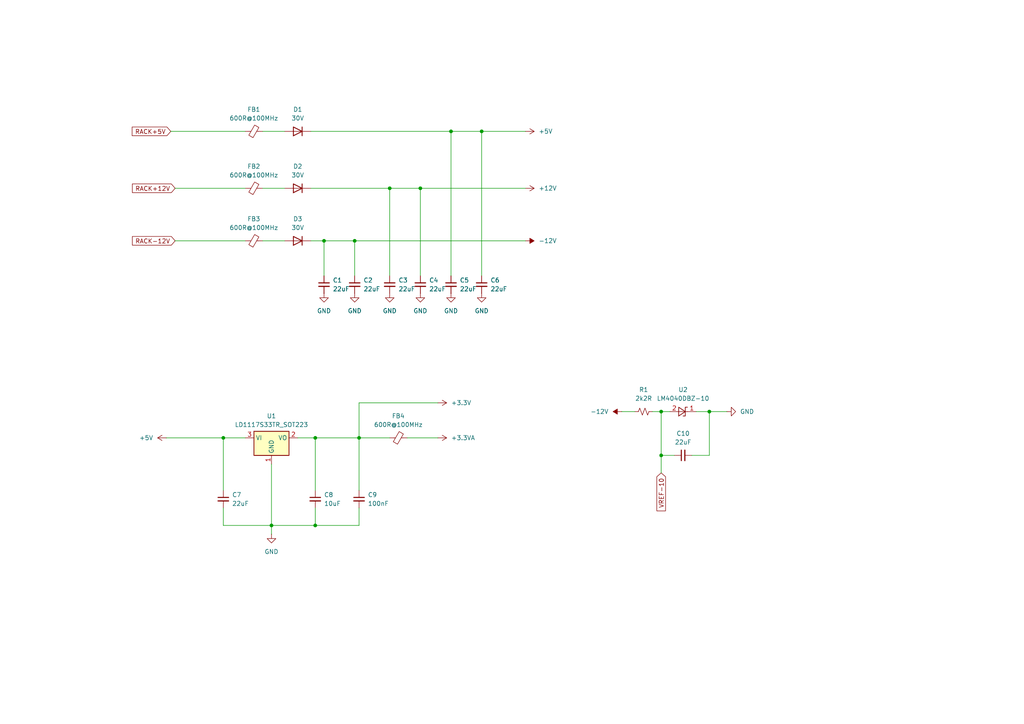
<source format=kicad_sch>
(kicad_sch
	(version 20231120)
	(generator "eeschema")
	(generator_version "8.0")
	(uuid "dc99cbb6-0af8-43e1-9168-05367c14d412")
	(paper "A4")
	(title_block
		(title "wh3lk Power Pack - Power Inputs")
		(date "2024-09-08")
		(rev "__VER__")
		(company "Portal Electronics")
	)
	(lib_symbols
		(symbol "Device:C_Small"
			(pin_numbers hide)
			(pin_names
				(offset 0.254) hide)
			(exclude_from_sim no)
			(in_bom yes)
			(on_board yes)
			(property "Reference" "C"
				(at 0.254 1.778 0)
				(effects
					(font
						(size 1.27 1.27)
					)
					(justify left)
				)
			)
			(property "Value" "C_Small"
				(at 0.254 -2.032 0)
				(effects
					(font
						(size 1.27 1.27)
					)
					(justify left)
				)
			)
			(property "Footprint" ""
				(at 0 0 0)
				(effects
					(font
						(size 1.27 1.27)
					)
					(hide yes)
				)
			)
			(property "Datasheet" "~"
				(at 0 0 0)
				(effects
					(font
						(size 1.27 1.27)
					)
					(hide yes)
				)
			)
			(property "Description" "Unpolarized capacitor, small symbol"
				(at 0 0 0)
				(effects
					(font
						(size 1.27 1.27)
					)
					(hide yes)
				)
			)
			(property "ki_keywords" "capacitor cap"
				(at 0 0 0)
				(effects
					(font
						(size 1.27 1.27)
					)
					(hide yes)
				)
			)
			(property "ki_fp_filters" "C_*"
				(at 0 0 0)
				(effects
					(font
						(size 1.27 1.27)
					)
					(hide yes)
				)
			)
			(symbol "C_Small_0_1"
				(polyline
					(pts
						(xy -1.524 -0.508) (xy 1.524 -0.508)
					)
					(stroke
						(width 0.3302)
						(type default)
					)
					(fill
						(type none)
					)
				)
				(polyline
					(pts
						(xy -1.524 0.508) (xy 1.524 0.508)
					)
					(stroke
						(width 0.3048)
						(type default)
					)
					(fill
						(type none)
					)
				)
			)
			(symbol "C_Small_1_1"
				(pin passive line
					(at 0 2.54 270)
					(length 2.032)
					(name "~"
						(effects
							(font
								(size 1.27 1.27)
							)
						)
					)
					(number "1"
						(effects
							(font
								(size 1.27 1.27)
							)
						)
					)
				)
				(pin passive line
					(at 0 -2.54 90)
					(length 2.032)
					(name "~"
						(effects
							(font
								(size 1.27 1.27)
							)
						)
					)
					(number "2"
						(effects
							(font
								(size 1.27 1.27)
							)
						)
					)
				)
			)
		)
		(symbol "Device:D"
			(pin_numbers hide)
			(pin_names
				(offset 1.016) hide)
			(exclude_from_sim no)
			(in_bom yes)
			(on_board yes)
			(property "Reference" "D"
				(at 0 2.54 0)
				(effects
					(font
						(size 1.27 1.27)
					)
				)
			)
			(property "Value" "D"
				(at 0 -2.54 0)
				(effects
					(font
						(size 1.27 1.27)
					)
				)
			)
			(property "Footprint" ""
				(at 0 0 0)
				(effects
					(font
						(size 1.27 1.27)
					)
					(hide yes)
				)
			)
			(property "Datasheet" "~"
				(at 0 0 0)
				(effects
					(font
						(size 1.27 1.27)
					)
					(hide yes)
				)
			)
			(property "Description" "Diode"
				(at 0 0 0)
				(effects
					(font
						(size 1.27 1.27)
					)
					(hide yes)
				)
			)
			(property "Sim.Device" "D"
				(at 0 0 0)
				(effects
					(font
						(size 1.27 1.27)
					)
					(hide yes)
				)
			)
			(property "Sim.Pins" "1=K 2=A"
				(at 0 0 0)
				(effects
					(font
						(size 1.27 1.27)
					)
					(hide yes)
				)
			)
			(property "ki_keywords" "diode"
				(at 0 0 0)
				(effects
					(font
						(size 1.27 1.27)
					)
					(hide yes)
				)
			)
			(property "ki_fp_filters" "TO-???* *_Diode_* *SingleDiode* D_*"
				(at 0 0 0)
				(effects
					(font
						(size 1.27 1.27)
					)
					(hide yes)
				)
			)
			(symbol "D_0_1"
				(polyline
					(pts
						(xy -1.27 1.27) (xy -1.27 -1.27)
					)
					(stroke
						(width 0.254)
						(type default)
					)
					(fill
						(type none)
					)
				)
				(polyline
					(pts
						(xy 1.27 0) (xy -1.27 0)
					)
					(stroke
						(width 0)
						(type default)
					)
					(fill
						(type none)
					)
				)
				(polyline
					(pts
						(xy 1.27 1.27) (xy 1.27 -1.27) (xy -1.27 0) (xy 1.27 1.27)
					)
					(stroke
						(width 0.254)
						(type default)
					)
					(fill
						(type none)
					)
				)
			)
			(symbol "D_1_1"
				(pin passive line
					(at -3.81 0 0)
					(length 2.54)
					(name "K"
						(effects
							(font
								(size 1.27 1.27)
							)
						)
					)
					(number "1"
						(effects
							(font
								(size 1.27 1.27)
							)
						)
					)
				)
				(pin passive line
					(at 3.81 0 180)
					(length 2.54)
					(name "A"
						(effects
							(font
								(size 1.27 1.27)
							)
						)
					)
					(number "2"
						(effects
							(font
								(size 1.27 1.27)
							)
						)
					)
				)
			)
		)
		(symbol "Device:FerriteBead_Small"
			(pin_numbers hide)
			(pin_names
				(offset 0)
			)
			(exclude_from_sim no)
			(in_bom yes)
			(on_board yes)
			(property "Reference" "FB"
				(at 1.905 1.27 0)
				(effects
					(font
						(size 1.27 1.27)
					)
					(justify left)
				)
			)
			(property "Value" "FerriteBead_Small"
				(at 1.905 -1.27 0)
				(effects
					(font
						(size 1.27 1.27)
					)
					(justify left)
				)
			)
			(property "Footprint" ""
				(at -1.778 0 90)
				(effects
					(font
						(size 1.27 1.27)
					)
					(hide yes)
				)
			)
			(property "Datasheet" "~"
				(at 0 0 0)
				(effects
					(font
						(size 1.27 1.27)
					)
					(hide yes)
				)
			)
			(property "Description" "Ferrite bead, small symbol"
				(at 0 0 0)
				(effects
					(font
						(size 1.27 1.27)
					)
					(hide yes)
				)
			)
			(property "ki_keywords" "L ferrite bead inductor filter"
				(at 0 0 0)
				(effects
					(font
						(size 1.27 1.27)
					)
					(hide yes)
				)
			)
			(property "ki_fp_filters" "Inductor_* L_* *Ferrite*"
				(at 0 0 0)
				(effects
					(font
						(size 1.27 1.27)
					)
					(hide yes)
				)
			)
			(symbol "FerriteBead_Small_0_1"
				(polyline
					(pts
						(xy 0 -1.27) (xy 0 -0.7874)
					)
					(stroke
						(width 0)
						(type default)
					)
					(fill
						(type none)
					)
				)
				(polyline
					(pts
						(xy 0 0.889) (xy 0 1.2954)
					)
					(stroke
						(width 0)
						(type default)
					)
					(fill
						(type none)
					)
				)
				(polyline
					(pts
						(xy -1.8288 0.2794) (xy -1.1176 1.4986) (xy 1.8288 -0.2032) (xy 1.1176 -1.4224) (xy -1.8288 0.2794)
					)
					(stroke
						(width 0)
						(type default)
					)
					(fill
						(type none)
					)
				)
			)
			(symbol "FerriteBead_Small_1_1"
				(pin passive line
					(at 0 2.54 270)
					(length 1.27)
					(name "~"
						(effects
							(font
								(size 1.27 1.27)
							)
						)
					)
					(number "1"
						(effects
							(font
								(size 1.27 1.27)
							)
						)
					)
				)
				(pin passive line
					(at 0 -2.54 90)
					(length 1.27)
					(name "~"
						(effects
							(font
								(size 1.27 1.27)
							)
						)
					)
					(number "2"
						(effects
							(font
								(size 1.27 1.27)
							)
						)
					)
				)
			)
		)
		(symbol "Device:R_Small_US"
			(pin_numbers hide)
			(pin_names
				(offset 0.254) hide)
			(exclude_from_sim no)
			(in_bom yes)
			(on_board yes)
			(property "Reference" "R"
				(at 0.762 0.508 0)
				(effects
					(font
						(size 1.27 1.27)
					)
					(justify left)
				)
			)
			(property "Value" "R_Small_US"
				(at 0.762 -1.016 0)
				(effects
					(font
						(size 1.27 1.27)
					)
					(justify left)
				)
			)
			(property "Footprint" ""
				(at 0 0 0)
				(effects
					(font
						(size 1.27 1.27)
					)
					(hide yes)
				)
			)
			(property "Datasheet" "~"
				(at 0 0 0)
				(effects
					(font
						(size 1.27 1.27)
					)
					(hide yes)
				)
			)
			(property "Description" "Resistor, small US symbol"
				(at 0 0 0)
				(effects
					(font
						(size 1.27 1.27)
					)
					(hide yes)
				)
			)
			(property "ki_keywords" "r resistor"
				(at 0 0 0)
				(effects
					(font
						(size 1.27 1.27)
					)
					(hide yes)
				)
			)
			(property "ki_fp_filters" "R_*"
				(at 0 0 0)
				(effects
					(font
						(size 1.27 1.27)
					)
					(hide yes)
				)
			)
			(symbol "R_Small_US_1_1"
				(polyline
					(pts
						(xy 0 0) (xy 1.016 -0.381) (xy 0 -0.762) (xy -1.016 -1.143) (xy 0 -1.524)
					)
					(stroke
						(width 0)
						(type default)
					)
					(fill
						(type none)
					)
				)
				(polyline
					(pts
						(xy 0 1.524) (xy 1.016 1.143) (xy 0 0.762) (xy -1.016 0.381) (xy 0 0)
					)
					(stroke
						(width 0)
						(type default)
					)
					(fill
						(type none)
					)
				)
				(pin passive line
					(at 0 2.54 270)
					(length 1.016)
					(name "~"
						(effects
							(font
								(size 1.27 1.27)
							)
						)
					)
					(number "1"
						(effects
							(font
								(size 1.27 1.27)
							)
						)
					)
				)
				(pin passive line
					(at 0 -2.54 90)
					(length 1.016)
					(name "~"
						(effects
							(font
								(size 1.27 1.27)
							)
						)
					)
					(number "2"
						(effects
							(font
								(size 1.27 1.27)
							)
						)
					)
				)
			)
		)
		(symbol "Regulator_Linear:LD1117S33TR_SOT223"
			(exclude_from_sim no)
			(in_bom yes)
			(on_board yes)
			(property "Reference" "U"
				(at -3.81 3.175 0)
				(effects
					(font
						(size 1.27 1.27)
					)
				)
			)
			(property "Value" "LD1117S33TR_SOT223"
				(at 0 3.175 0)
				(effects
					(font
						(size 1.27 1.27)
					)
					(justify left)
				)
			)
			(property "Footprint" "Package_TO_SOT_SMD:SOT-223-3_TabPin2"
				(at 0 5.08 0)
				(effects
					(font
						(size 1.27 1.27)
					)
					(hide yes)
				)
			)
			(property "Datasheet" "http://www.st.com/st-web-ui/static/active/en/resource/technical/document/datasheet/CD00000544.pdf"
				(at 2.54 -6.35 0)
				(effects
					(font
						(size 1.27 1.27)
					)
					(hide yes)
				)
			)
			(property "Description" "800mA Fixed Low Drop Positive Voltage Regulator, Fixed Output 3.3V, SOT-223"
				(at 0 0 0)
				(effects
					(font
						(size 1.27 1.27)
					)
					(hide yes)
				)
			)
			(property "ki_keywords" "REGULATOR LDO 3.3V"
				(at 0 0 0)
				(effects
					(font
						(size 1.27 1.27)
					)
					(hide yes)
				)
			)
			(property "ki_fp_filters" "SOT?223*TabPin2*"
				(at 0 0 0)
				(effects
					(font
						(size 1.27 1.27)
					)
					(hide yes)
				)
			)
			(symbol "LD1117S33TR_SOT223_0_1"
				(rectangle
					(start -5.08 -5.08)
					(end 5.08 1.905)
					(stroke
						(width 0.254)
						(type default)
					)
					(fill
						(type background)
					)
				)
			)
			(symbol "LD1117S33TR_SOT223_1_1"
				(pin power_in line
					(at 0 -7.62 90)
					(length 2.54)
					(name "GND"
						(effects
							(font
								(size 1.27 1.27)
							)
						)
					)
					(number "1"
						(effects
							(font
								(size 1.27 1.27)
							)
						)
					)
				)
				(pin power_out line
					(at 7.62 0 180)
					(length 2.54)
					(name "VO"
						(effects
							(font
								(size 1.27 1.27)
							)
						)
					)
					(number "2"
						(effects
							(font
								(size 1.27 1.27)
							)
						)
					)
				)
				(pin power_in line
					(at -7.62 0 0)
					(length 2.54)
					(name "VI"
						(effects
							(font
								(size 1.27 1.27)
							)
						)
					)
					(number "3"
						(effects
							(font
								(size 1.27 1.27)
							)
						)
					)
				)
			)
		)
		(symbol "power:+12V"
			(power)
			(pin_numbers hide)
			(pin_names
				(offset 0) hide)
			(exclude_from_sim no)
			(in_bom yes)
			(on_board yes)
			(property "Reference" "#PWR"
				(at 0 -3.81 0)
				(effects
					(font
						(size 1.27 1.27)
					)
					(hide yes)
				)
			)
			(property "Value" "+12V"
				(at 0 3.556 0)
				(effects
					(font
						(size 1.27 1.27)
					)
				)
			)
			(property "Footprint" ""
				(at 0 0 0)
				(effects
					(font
						(size 1.27 1.27)
					)
					(hide yes)
				)
			)
			(property "Datasheet" ""
				(at 0 0 0)
				(effects
					(font
						(size 1.27 1.27)
					)
					(hide yes)
				)
			)
			(property "Description" "Power symbol creates a global label with name \"+12V\""
				(at 0 0 0)
				(effects
					(font
						(size 1.27 1.27)
					)
					(hide yes)
				)
			)
			(property "ki_keywords" "global power"
				(at 0 0 0)
				(effects
					(font
						(size 1.27 1.27)
					)
					(hide yes)
				)
			)
			(symbol "+12V_0_1"
				(polyline
					(pts
						(xy -0.762 1.27) (xy 0 2.54)
					)
					(stroke
						(width 0)
						(type default)
					)
					(fill
						(type none)
					)
				)
				(polyline
					(pts
						(xy 0 0) (xy 0 2.54)
					)
					(stroke
						(width 0)
						(type default)
					)
					(fill
						(type none)
					)
				)
				(polyline
					(pts
						(xy 0 2.54) (xy 0.762 1.27)
					)
					(stroke
						(width 0)
						(type default)
					)
					(fill
						(type none)
					)
				)
			)
			(symbol "+12V_1_1"
				(pin power_in line
					(at 0 0 90)
					(length 0)
					(name "~"
						(effects
							(font
								(size 1.27 1.27)
							)
						)
					)
					(number "1"
						(effects
							(font
								(size 1.27 1.27)
							)
						)
					)
				)
			)
		)
		(symbol "power:+3.3V"
			(power)
			(pin_numbers hide)
			(pin_names
				(offset 0) hide)
			(exclude_from_sim no)
			(in_bom yes)
			(on_board yes)
			(property "Reference" "#PWR"
				(at 0 -3.81 0)
				(effects
					(font
						(size 1.27 1.27)
					)
					(hide yes)
				)
			)
			(property "Value" "+3.3V"
				(at 0 3.556 0)
				(effects
					(font
						(size 1.27 1.27)
					)
				)
			)
			(property "Footprint" ""
				(at 0 0 0)
				(effects
					(font
						(size 1.27 1.27)
					)
					(hide yes)
				)
			)
			(property "Datasheet" ""
				(at 0 0 0)
				(effects
					(font
						(size 1.27 1.27)
					)
					(hide yes)
				)
			)
			(property "Description" "Power symbol creates a global label with name \"+3.3V\""
				(at 0 0 0)
				(effects
					(font
						(size 1.27 1.27)
					)
					(hide yes)
				)
			)
			(property "ki_keywords" "global power"
				(at 0 0 0)
				(effects
					(font
						(size 1.27 1.27)
					)
					(hide yes)
				)
			)
			(symbol "+3.3V_0_1"
				(polyline
					(pts
						(xy -0.762 1.27) (xy 0 2.54)
					)
					(stroke
						(width 0)
						(type default)
					)
					(fill
						(type none)
					)
				)
				(polyline
					(pts
						(xy 0 0) (xy 0 2.54)
					)
					(stroke
						(width 0)
						(type default)
					)
					(fill
						(type none)
					)
				)
				(polyline
					(pts
						(xy 0 2.54) (xy 0.762 1.27)
					)
					(stroke
						(width 0)
						(type default)
					)
					(fill
						(type none)
					)
				)
			)
			(symbol "+3.3V_1_1"
				(pin power_in line
					(at 0 0 90)
					(length 0)
					(name "~"
						(effects
							(font
								(size 1.27 1.27)
							)
						)
					)
					(number "1"
						(effects
							(font
								(size 1.27 1.27)
							)
						)
					)
				)
			)
		)
		(symbol "power:+3.3VA"
			(power)
			(pin_numbers hide)
			(pin_names
				(offset 0) hide)
			(exclude_from_sim no)
			(in_bom yes)
			(on_board yes)
			(property "Reference" "#PWR"
				(at 0 -3.81 0)
				(effects
					(font
						(size 1.27 1.27)
					)
					(hide yes)
				)
			)
			(property "Value" "+3.3VA"
				(at 0 3.556 0)
				(effects
					(font
						(size 1.27 1.27)
					)
				)
			)
			(property "Footprint" ""
				(at 0 0 0)
				(effects
					(font
						(size 1.27 1.27)
					)
					(hide yes)
				)
			)
			(property "Datasheet" ""
				(at 0 0 0)
				(effects
					(font
						(size 1.27 1.27)
					)
					(hide yes)
				)
			)
			(property "Description" "Power symbol creates a global label with name \"+3.3VA\""
				(at 0 0 0)
				(effects
					(font
						(size 1.27 1.27)
					)
					(hide yes)
				)
			)
			(property "ki_keywords" "global power"
				(at 0 0 0)
				(effects
					(font
						(size 1.27 1.27)
					)
					(hide yes)
				)
			)
			(symbol "+3.3VA_0_1"
				(polyline
					(pts
						(xy -0.762 1.27) (xy 0 2.54)
					)
					(stroke
						(width 0)
						(type default)
					)
					(fill
						(type none)
					)
				)
				(polyline
					(pts
						(xy 0 0) (xy 0 2.54)
					)
					(stroke
						(width 0)
						(type default)
					)
					(fill
						(type none)
					)
				)
				(polyline
					(pts
						(xy 0 2.54) (xy 0.762 1.27)
					)
					(stroke
						(width 0)
						(type default)
					)
					(fill
						(type none)
					)
				)
			)
			(symbol "+3.3VA_1_1"
				(pin power_in line
					(at 0 0 90)
					(length 0)
					(name "~"
						(effects
							(font
								(size 1.27 1.27)
							)
						)
					)
					(number "1"
						(effects
							(font
								(size 1.27 1.27)
							)
						)
					)
				)
			)
		)
		(symbol "power:+5V"
			(power)
			(pin_numbers hide)
			(pin_names
				(offset 0) hide)
			(exclude_from_sim no)
			(in_bom yes)
			(on_board yes)
			(property "Reference" "#PWR"
				(at 0 -3.81 0)
				(effects
					(font
						(size 1.27 1.27)
					)
					(hide yes)
				)
			)
			(property "Value" "+5V"
				(at 0 3.556 0)
				(effects
					(font
						(size 1.27 1.27)
					)
				)
			)
			(property "Footprint" ""
				(at 0 0 0)
				(effects
					(font
						(size 1.27 1.27)
					)
					(hide yes)
				)
			)
			(property "Datasheet" ""
				(at 0 0 0)
				(effects
					(font
						(size 1.27 1.27)
					)
					(hide yes)
				)
			)
			(property "Description" "Power symbol creates a global label with name \"+5V\""
				(at 0 0 0)
				(effects
					(font
						(size 1.27 1.27)
					)
					(hide yes)
				)
			)
			(property "ki_keywords" "global power"
				(at 0 0 0)
				(effects
					(font
						(size 1.27 1.27)
					)
					(hide yes)
				)
			)
			(symbol "+5V_0_1"
				(polyline
					(pts
						(xy -0.762 1.27) (xy 0 2.54)
					)
					(stroke
						(width 0)
						(type default)
					)
					(fill
						(type none)
					)
				)
				(polyline
					(pts
						(xy 0 0) (xy 0 2.54)
					)
					(stroke
						(width 0)
						(type default)
					)
					(fill
						(type none)
					)
				)
				(polyline
					(pts
						(xy 0 2.54) (xy 0.762 1.27)
					)
					(stroke
						(width 0)
						(type default)
					)
					(fill
						(type none)
					)
				)
			)
			(symbol "+5V_1_1"
				(pin power_in line
					(at 0 0 90)
					(length 0)
					(name "~"
						(effects
							(font
								(size 1.27 1.27)
							)
						)
					)
					(number "1"
						(effects
							(font
								(size 1.27 1.27)
							)
						)
					)
				)
			)
		)
		(symbol "power:-12V"
			(power)
			(pin_numbers hide)
			(pin_names
				(offset 0) hide)
			(exclude_from_sim no)
			(in_bom yes)
			(on_board yes)
			(property "Reference" "#PWR"
				(at 0 -3.81 0)
				(effects
					(font
						(size 1.27 1.27)
					)
					(hide yes)
				)
			)
			(property "Value" "-12V"
				(at 0 3.556 0)
				(effects
					(font
						(size 1.27 1.27)
					)
				)
			)
			(property "Footprint" ""
				(at 0 0 0)
				(effects
					(font
						(size 1.27 1.27)
					)
					(hide yes)
				)
			)
			(property "Datasheet" ""
				(at 0 0 0)
				(effects
					(font
						(size 1.27 1.27)
					)
					(hide yes)
				)
			)
			(property "Description" "Power symbol creates a global label with name \"-12V\""
				(at 0 0 0)
				(effects
					(font
						(size 1.27 1.27)
					)
					(hide yes)
				)
			)
			(property "ki_keywords" "global power"
				(at 0 0 0)
				(effects
					(font
						(size 1.27 1.27)
					)
					(hide yes)
				)
			)
			(symbol "-12V_0_0"
				(pin power_in line
					(at 0 0 90)
					(length 0)
					(name "~"
						(effects
							(font
								(size 1.27 1.27)
							)
						)
					)
					(number "1"
						(effects
							(font
								(size 1.27 1.27)
							)
						)
					)
				)
			)
			(symbol "-12V_0_1"
				(polyline
					(pts
						(xy 0 0) (xy 0 1.27) (xy 0.762 1.27) (xy 0 2.54) (xy -0.762 1.27) (xy 0 1.27)
					)
					(stroke
						(width 0)
						(type default)
					)
					(fill
						(type outline)
					)
				)
			)
		)
		(symbol "power:GND"
			(power)
			(pin_numbers hide)
			(pin_names
				(offset 0) hide)
			(exclude_from_sim no)
			(in_bom yes)
			(on_board yes)
			(property "Reference" "#PWR"
				(at 0 -6.35 0)
				(effects
					(font
						(size 1.27 1.27)
					)
					(hide yes)
				)
			)
			(property "Value" "GND"
				(at 0 -3.81 0)
				(effects
					(font
						(size 1.27 1.27)
					)
				)
			)
			(property "Footprint" ""
				(at 0 0 0)
				(effects
					(font
						(size 1.27 1.27)
					)
					(hide yes)
				)
			)
			(property "Datasheet" ""
				(at 0 0 0)
				(effects
					(font
						(size 1.27 1.27)
					)
					(hide yes)
				)
			)
			(property "Description" "Power symbol creates a global label with name \"GND\" , ground"
				(at 0 0 0)
				(effects
					(font
						(size 1.27 1.27)
					)
					(hide yes)
				)
			)
			(property "ki_keywords" "global power"
				(at 0 0 0)
				(effects
					(font
						(size 1.27 1.27)
					)
					(hide yes)
				)
			)
			(symbol "GND_0_1"
				(polyline
					(pts
						(xy 0 0) (xy 0 -1.27) (xy 1.27 -1.27) (xy 0 -2.54) (xy -1.27 -1.27) (xy 0 -1.27)
					)
					(stroke
						(width 0)
						(type default)
					)
					(fill
						(type none)
					)
				)
			)
			(symbol "GND_1_1"
				(pin power_in line
					(at 0 0 270)
					(length 0)
					(name "~"
						(effects
							(font
								(size 1.27 1.27)
							)
						)
					)
					(number "1"
						(effects
							(font
								(size 1.27 1.27)
							)
						)
					)
				)
			)
		)
		(symbol "winterbloom:LM4040DBZ-10"
			(pin_names
				(offset 0.0254) hide)
			(exclude_from_sim no)
			(in_bom yes)
			(on_board yes)
			(property "Reference" "U1"
				(at -2.54 1.27 90)
				(effects
					(font
						(size 1.27 1.27)
					)
					(justify right)
				)
			)
			(property "Value" "LM4040DBZ-10"
				(at -2.54 -1.27 90)
				(effects
					(font
						(size 1.27 1.27)
					)
					(justify right)
				)
			)
			(property "Footprint" "Package_TO_SOT_SMD:SOT-23"
				(at 0 5.08 0)
				(effects
					(font
						(size 1.27 1.27)
						(italic yes)
					)
					(hide yes)
				)
			)
			(property "Datasheet" "http://www.ti.com/lit/ds/symlink/lm4040-n.pdf"
				(at 0 0 0)
				(effects
					(font
						(size 1.27 1.27)
						(italic yes)
					)
					(hide yes)
				)
			)
			(property "Description" "10.00V Precision Micropower Shunt Voltage Reference, SOT-23"
				(at 0 0 0)
				(effects
					(font
						(size 1.27 1.27)
					)
					(hide yes)
				)
			)
			(property "MPN" "LM4040DIM3-10.0/NOPB"
				(at 0 0 0)
				(effects
					(font
						(size 1.27 1.27)
					)
					(hide yes)
				)
			)
			(property "ki_keywords" "diode device voltage reference shunt"
				(at 0 0 0)
				(effects
					(font
						(size 1.27 1.27)
					)
					(hide yes)
				)
			)
			(property "ki_fp_filters" "SOT?23*"
				(at 0 0 0)
				(effects
					(font
						(size 1.27 1.27)
					)
					(hide yes)
				)
			)
			(symbol "LM4040DBZ-10_0_0"
				(pin no_connect line
					(at 0 0 270)
					(length 2.54) hide
					(name "NC"
						(effects
							(font
								(size 1.27 1.27)
							)
						)
					)
					(number "3"
						(effects
							(font
								(size 1.27 1.27)
							)
						)
					)
				)
			)
			(symbol "LM4040DBZ-10_0_1"
				(polyline
					(pts
						(xy -1.27 0) (xy 0 0) (xy 1.27 0)
					)
					(stroke
						(width 0)
						(type default)
					)
					(fill
						(type none)
					)
				)
				(polyline
					(pts
						(xy -1.27 -1.27) (xy 0.635 0) (xy -1.27 1.27) (xy -1.27 -1.27)
					)
					(stroke
						(width 0.2032)
						(type default)
					)
					(fill
						(type none)
					)
				)
				(polyline
					(pts
						(xy 0 -1.27) (xy 0.635 -1.27) (xy 0.635 1.27) (xy 1.27 1.27)
					)
					(stroke
						(width 0.2032)
						(type default)
					)
					(fill
						(type none)
					)
				)
			)
			(symbol "LM4040DBZ-10_1_1"
				(pin passive line
					(at 3.81 0 180)
					(length 2.54)
					(name "K"
						(effects
							(font
								(size 1.27 1.27)
							)
						)
					)
					(number "1"
						(effects
							(font
								(size 1.27 1.27)
							)
						)
					)
				)
				(pin passive line
					(at -3.81 0 0)
					(length 2.54)
					(name "A"
						(effects
							(font
								(size 1.27 1.27)
							)
						)
					)
					(number "2"
						(effects
							(font
								(size 1.27 1.27)
							)
						)
					)
				)
			)
		)
	)
	(junction
		(at 130.81 38.1)
		(diameter 0)
		(color 0 0 0 0)
		(uuid "26d8d61b-71ae-4968-904b-ef95f316cd1e")
	)
	(junction
		(at 102.87 69.85)
		(diameter 0)
		(color 0 0 0 0)
		(uuid "5f53094d-4c08-4c4c-a9b5-fda629f56f7c")
	)
	(junction
		(at 113.03 54.61)
		(diameter 0)
		(color 0 0 0 0)
		(uuid "646fb22c-8715-40b6-82da-29635f396c87")
	)
	(junction
		(at 191.77 119.38)
		(diameter 0)
		(color 0 0 0 0)
		(uuid "6f536f49-c1c9-443d-aa72-c79db5da9024")
	)
	(junction
		(at 93.98 69.85)
		(diameter 0)
		(color 0 0 0 0)
		(uuid "71d6a391-eb52-4beb-aeb8-ad158cd4ea37")
	)
	(junction
		(at 191.77 132.08)
		(diameter 0)
		(color 0 0 0 0)
		(uuid "75294490-d6af-4351-a1eb-7c54517be470")
	)
	(junction
		(at 121.92 54.61)
		(diameter 0)
		(color 0 0 0 0)
		(uuid "78abd694-a7b7-41ec-8033-b5255ba7c117")
	)
	(junction
		(at 64.77 127)
		(diameter 0)
		(color 0 0 0 0)
		(uuid "7bc8cea6-8de0-42b7-870c-bb80647f8548")
	)
	(junction
		(at 91.44 127)
		(diameter 0)
		(color 0 0 0 0)
		(uuid "8311ce75-bbf0-464c-a693-7ea65fe7823d")
	)
	(junction
		(at 91.44 152.4)
		(diameter 0)
		(color 0 0 0 0)
		(uuid "8868f1cf-d940-4083-aa48-ac333710416f")
	)
	(junction
		(at 205.74 119.38)
		(diameter 0)
		(color 0 0 0 0)
		(uuid "acfe7312-92e7-4b5c-9198-c78556450d36")
	)
	(junction
		(at 139.7 38.1)
		(diameter 0)
		(color 0 0 0 0)
		(uuid "caad754c-ca85-4146-8b7f-0226ea630383")
	)
	(junction
		(at 104.14 127)
		(diameter 0)
		(color 0 0 0 0)
		(uuid "d1b61975-8026-42b8-9508-12cc0ddc7081")
	)
	(junction
		(at 78.74 152.4)
		(diameter 0)
		(color 0 0 0 0)
		(uuid "d935a74b-632e-43e3-9510-761b8d566965")
	)
	(wire
		(pts
			(xy 93.98 69.85) (xy 93.98 80.01)
		)
		(stroke
			(width 0)
			(type default)
		)
		(uuid "0b33cee8-7fa6-4c16-af54-5fa650ec5009")
	)
	(wire
		(pts
			(xy 50.8 69.85) (xy 71.12 69.85)
		)
		(stroke
			(width 0)
			(type default)
		)
		(uuid "0b823445-9e9a-4bc2-a7f0-9edf29aff3ae")
	)
	(wire
		(pts
			(xy 91.44 127) (xy 104.14 127)
		)
		(stroke
			(width 0)
			(type default)
		)
		(uuid "31453f93-8810-4bb8-a947-2b49d3c95329")
	)
	(wire
		(pts
			(xy 205.74 119.38) (xy 210.82 119.38)
		)
		(stroke
			(width 0)
			(type default)
		)
		(uuid "33e491a7-3653-4bfd-bdb0-1c1665918a81")
	)
	(wire
		(pts
			(xy 180.34 119.38) (xy 184.15 119.38)
		)
		(stroke
			(width 0)
			(type default)
		)
		(uuid "375d3ffb-d0fe-411f-bdc5-f17903a94656")
	)
	(wire
		(pts
			(xy 130.81 38.1) (xy 139.7 38.1)
		)
		(stroke
			(width 0)
			(type default)
		)
		(uuid "3f726bc8-7262-4e63-b8e8-117ad1bdc208")
	)
	(wire
		(pts
			(xy 191.77 132.08) (xy 191.77 137.16)
		)
		(stroke
			(width 0)
			(type default)
		)
		(uuid "41ab151e-4ced-4bb2-973c-308850084107")
	)
	(wire
		(pts
			(xy 104.14 127) (xy 113.03 127)
		)
		(stroke
			(width 0)
			(type default)
		)
		(uuid "442ec16f-e00c-417a-a375-b232cff53bbf")
	)
	(wire
		(pts
			(xy 104.14 116.84) (xy 104.14 127)
		)
		(stroke
			(width 0)
			(type default)
		)
		(uuid "57606778-86c6-47a3-afe5-97239423b48d")
	)
	(wire
		(pts
			(xy 78.74 152.4) (xy 78.74 154.94)
		)
		(stroke
			(width 0)
			(type default)
		)
		(uuid "57e8a421-b489-4266-8280-e29bd6790c37")
	)
	(wire
		(pts
			(xy 76.2 69.85) (xy 82.55 69.85)
		)
		(stroke
			(width 0)
			(type default)
		)
		(uuid "589d9245-d597-45cd-b8b6-7436b202b177")
	)
	(wire
		(pts
			(xy 64.77 127) (xy 64.77 142.24)
		)
		(stroke
			(width 0)
			(type default)
		)
		(uuid "58f5891a-774d-440a-93ce-22b8a9fa64a3")
	)
	(wire
		(pts
			(xy 104.14 127) (xy 104.14 142.24)
		)
		(stroke
			(width 0)
			(type default)
		)
		(uuid "5a59f73e-56f6-4d24-a04d-5eef00ff3a94")
	)
	(wire
		(pts
			(xy 91.44 147.32) (xy 91.44 152.4)
		)
		(stroke
			(width 0)
			(type default)
		)
		(uuid "689eb634-390b-4de3-941d-caaefd612f22")
	)
	(wire
		(pts
			(xy 113.03 54.61) (xy 113.03 80.01)
		)
		(stroke
			(width 0)
			(type default)
		)
		(uuid "6da09aa2-4da7-4eb2-8db8-cf4c24cbc0f0")
	)
	(wire
		(pts
			(xy 113.03 54.61) (xy 121.92 54.61)
		)
		(stroke
			(width 0)
			(type default)
		)
		(uuid "7463ceac-54c0-4d80-bed7-69bbd2f7f732")
	)
	(wire
		(pts
			(xy 50.8 54.61) (xy 71.12 54.61)
		)
		(stroke
			(width 0)
			(type default)
		)
		(uuid "7849a380-3fe3-416f-9a7f-f4725fca1434")
	)
	(wire
		(pts
			(xy 201.93 119.38) (xy 205.74 119.38)
		)
		(stroke
			(width 0)
			(type default)
		)
		(uuid "7a80fb0f-1f48-46b1-84be-fc4dae4aae71")
	)
	(wire
		(pts
			(xy 91.44 152.4) (xy 104.14 152.4)
		)
		(stroke
			(width 0)
			(type default)
		)
		(uuid "7ce7a90f-5b9b-4b0a-9ad3-f2a818a17d8b")
	)
	(wire
		(pts
			(xy 191.77 119.38) (xy 191.77 132.08)
		)
		(stroke
			(width 0)
			(type default)
		)
		(uuid "8bef7490-012e-4777-b792-d305076ed238")
	)
	(wire
		(pts
			(xy 76.2 38.1) (xy 82.55 38.1)
		)
		(stroke
			(width 0)
			(type default)
		)
		(uuid "8bf511dc-cc4d-4761-bc52-1e20a5862dfb")
	)
	(wire
		(pts
			(xy 104.14 147.32) (xy 104.14 152.4)
		)
		(stroke
			(width 0)
			(type default)
		)
		(uuid "8ce59f8e-c225-4111-a78c-0ca5bffebbd2")
	)
	(wire
		(pts
			(xy 90.17 54.61) (xy 113.03 54.61)
		)
		(stroke
			(width 0)
			(type default)
		)
		(uuid "8e542c71-0797-424c-b2dc-2b63bbe006a3")
	)
	(wire
		(pts
			(xy 64.77 147.32) (xy 64.77 152.4)
		)
		(stroke
			(width 0)
			(type default)
		)
		(uuid "8f531053-834f-4aa6-b47b-81fa69b80ce0")
	)
	(wire
		(pts
			(xy 139.7 38.1) (xy 152.4 38.1)
		)
		(stroke
			(width 0)
			(type default)
		)
		(uuid "97f94f07-64f9-47d2-9af1-12d040400aac")
	)
	(wire
		(pts
			(xy 102.87 69.85) (xy 102.87 80.01)
		)
		(stroke
			(width 0)
			(type default)
		)
		(uuid "9eb37854-3524-4245-80c7-e9e0cf2570b0")
	)
	(wire
		(pts
			(xy 127 116.84) (xy 104.14 116.84)
		)
		(stroke
			(width 0)
			(type default)
		)
		(uuid "9f747254-9373-4e76-ba53-794e73fbaf4d")
	)
	(wire
		(pts
			(xy 191.77 132.08) (xy 195.58 132.08)
		)
		(stroke
			(width 0)
			(type default)
		)
		(uuid "b24d7a4f-cb57-4169-bede-f590090df7c7")
	)
	(wire
		(pts
			(xy 102.87 69.85) (xy 152.4 69.85)
		)
		(stroke
			(width 0)
			(type default)
		)
		(uuid "bdf83cd8-c5cb-4e8a-b01a-ad3b82cab2e2")
	)
	(wire
		(pts
			(xy 91.44 152.4) (xy 78.74 152.4)
		)
		(stroke
			(width 0)
			(type default)
		)
		(uuid "c1413bff-e9fd-4bb5-994d-13d684ea3183")
	)
	(wire
		(pts
			(xy 86.36 127) (xy 91.44 127)
		)
		(stroke
			(width 0)
			(type default)
		)
		(uuid "c268a6d1-d061-40b7-87ad-a164e6f7b123")
	)
	(wire
		(pts
			(xy 76.2 54.61) (xy 82.55 54.61)
		)
		(stroke
			(width 0)
			(type default)
		)
		(uuid "c4144b50-62ce-47c2-b0fc-1751e5c15093")
	)
	(wire
		(pts
			(xy 191.77 119.38) (xy 194.31 119.38)
		)
		(stroke
			(width 0)
			(type default)
		)
		(uuid "c8e58dab-9b01-48de-95e1-9dc004918177")
	)
	(wire
		(pts
			(xy 64.77 152.4) (xy 78.74 152.4)
		)
		(stroke
			(width 0)
			(type default)
		)
		(uuid "c9c9ba83-0f3b-44aa-9237-12887a7a506b")
	)
	(wire
		(pts
			(xy 48.26 127) (xy 64.77 127)
		)
		(stroke
			(width 0)
			(type default)
		)
		(uuid "cae27280-d2a9-4ba5-8893-a314d31174de")
	)
	(wire
		(pts
			(xy 121.92 54.61) (xy 152.4 54.61)
		)
		(stroke
			(width 0)
			(type default)
		)
		(uuid "cb851e98-512f-4dde-9089-b81484c7aabf")
	)
	(wire
		(pts
			(xy 49.53 38.1) (xy 71.12 38.1)
		)
		(stroke
			(width 0)
			(type default)
		)
		(uuid "ceb63f1a-0653-4cfb-bdbe-87d4b754129c")
	)
	(wire
		(pts
			(xy 205.74 132.08) (xy 205.74 119.38)
		)
		(stroke
			(width 0)
			(type default)
		)
		(uuid "d023a789-d65a-4da7-af4c-085ff429a291")
	)
	(wire
		(pts
			(xy 91.44 127) (xy 91.44 142.24)
		)
		(stroke
			(width 0)
			(type default)
		)
		(uuid "d2e90b3d-824e-428a-8639-5701b649f493")
	)
	(wire
		(pts
			(xy 78.74 134.62) (xy 78.74 152.4)
		)
		(stroke
			(width 0)
			(type default)
		)
		(uuid "d63a2717-629b-46c0-a4dc-15cd40124de2")
	)
	(wire
		(pts
			(xy 64.77 127) (xy 71.12 127)
		)
		(stroke
			(width 0)
			(type default)
		)
		(uuid "dcb71f62-7149-49a0-b8fc-2113eaa99e1f")
	)
	(wire
		(pts
			(xy 200.66 132.08) (xy 205.74 132.08)
		)
		(stroke
			(width 0)
			(type default)
		)
		(uuid "e71e837a-2cda-48fd-b823-1ecd6372c0ca")
	)
	(wire
		(pts
			(xy 90.17 69.85) (xy 93.98 69.85)
		)
		(stroke
			(width 0)
			(type default)
		)
		(uuid "ebeb62df-efe6-4d50-b3c5-8a9ce49cd523")
	)
	(wire
		(pts
			(xy 93.98 69.85) (xy 102.87 69.85)
		)
		(stroke
			(width 0)
			(type default)
		)
		(uuid "ed2bd36e-bb85-4488-ad77-ab1f7b4b9095")
	)
	(wire
		(pts
			(xy 90.17 38.1) (xy 130.81 38.1)
		)
		(stroke
			(width 0)
			(type default)
		)
		(uuid "f07ab482-d2a6-4142-a975-797f6a1a72d1")
	)
	(wire
		(pts
			(xy 139.7 38.1) (xy 139.7 80.01)
		)
		(stroke
			(width 0)
			(type default)
		)
		(uuid "f0a6fdf3-cd39-4743-8325-0dad7a0ee58c")
	)
	(wire
		(pts
			(xy 130.81 38.1) (xy 130.81 80.01)
		)
		(stroke
			(width 0)
			(type default)
		)
		(uuid "f24fd249-f3d4-4588-9626-fd8124e8404a")
	)
	(wire
		(pts
			(xy 118.11 127) (xy 127 127)
		)
		(stroke
			(width 0)
			(type default)
		)
		(uuid "fb5dabaa-81c7-41a3-a59f-941a080dd4ed")
	)
	(wire
		(pts
			(xy 121.92 54.61) (xy 121.92 80.01)
		)
		(stroke
			(width 0)
			(type default)
		)
		(uuid "fbb80fe2-2184-4aab-af35-58a6489f516a")
	)
	(wire
		(pts
			(xy 189.23 119.38) (xy 191.77 119.38)
		)
		(stroke
			(width 0)
			(type default)
		)
		(uuid "fcefdcfa-c860-458a-adae-25bb040abae8")
	)
	(global_label "VREF-10"
		(shape input)
		(at 191.77 137.16 270)
		(fields_autoplaced yes)
		(effects
			(font
				(size 1.27 1.27)
			)
			(justify right)
		)
		(uuid "370f106b-a29a-4496-a2ae-f26d959ac518")
		(property "Intersheetrefs" "${INTERSHEET_REFS}"
			(at 191.77 146.1414 90)
			(effects
				(font
					(size 1.27 1.27)
				)
				(justify right)
				(hide yes)
			)
		)
	)
	(global_label "RACK+12V"
		(shape input)
		(at 50.8 54.61 180)
		(fields_autoplaced yes)
		(effects
			(font
				(size 1.27 1.27)
			)
			(justify right)
		)
		(uuid "7c7e0f66-f81e-4a5d-bdf1-f30e6f2757be")
		(property "Intersheetrefs" "${INTERSHEET_REFS}"
			(at 40.9302 54.61 0)
			(effects
				(font
					(size 1.27 1.27)
				)
				(justify right)
				(hide yes)
			)
		)
	)
	(global_label "RACK+5V"
		(shape input)
		(at 49.53 38.1 180)
		(fields_autoplaced yes)
		(effects
			(font
				(size 1.27 1.27)
			)
			(justify right)
		)
		(uuid "a98cc189-7e30-4146-ba1e-588f8639393b")
		(property "Intersheetrefs" "${INTERSHEET_REFS}"
			(at 40.5486 38.1 0)
			(effects
				(font
					(size 1.27 1.27)
				)
				(justify right)
				(hide yes)
			)
		)
	)
	(global_label "RACK-12V"
		(shape input)
		(at 50.8 69.85 180)
		(fields_autoplaced yes)
		(effects
			(font
				(size 1.27 1.27)
			)
			(justify right)
		)
		(uuid "c41829db-04fd-47a5-a383-dc8ce15b3cfa")
		(property "Intersheetrefs" "${INTERSHEET_REFS}"
			(at 40.9302 69.85 0)
			(effects
				(font
					(size 1.27 1.27)
				)
				(justify right)
				(hide yes)
			)
		)
	)
	(symbol
		(lib_id "winterbloom:LM4040DBZ-10")
		(at 198.12 119.38 0)
		(unit 1)
		(exclude_from_sim no)
		(in_bom yes)
		(on_board yes)
		(dnp no)
		(fields_autoplaced yes)
		(uuid "05213fbd-f1a9-41ac-ab8b-72000c8bcc5c")
		(property "Reference" "U2"
			(at 198.12 113.03 0)
			(effects
				(font
					(size 1.27 1.27)
				)
			)
		)
		(property "Value" "LM4040DBZ-10"
			(at 198.12 115.57 0)
			(effects
				(font
					(size 1.27 1.27)
				)
			)
		)
		(property "Footprint" "Package_TO_SOT_SMD:SOT-23"
			(at 198.12 114.3 0)
			(effects
				(font
					(size 1.27 1.27)
					(italic yes)
				)
				(hide yes)
			)
		)
		(property "Datasheet" "http://www.ti.com/lit/ds/symlink/lm4040-n.pdf"
			(at 198.12 119.38 0)
			(effects
				(font
					(size 1.27 1.27)
					(italic yes)
				)
				(hide yes)
			)
		)
		(property "Description" "10.00V Precision Micropower Shunt Voltage Reference, SOT-23"
			(at 198.12 119.38 0)
			(effects
				(font
					(size 1.27 1.27)
				)
				(hide yes)
			)
		)
		(property "MPN" "LM4040DIM3-10.0/NOPB"
			(at 198.12 119.38 0)
			(effects
				(font
					(size 1.27 1.27)
				)
				(hide yes)
			)
		)
		(property "LCSC" "C201738"
			(at 198.12 119.38 0)
			(effects
				(font
					(size 1.27 1.27)
				)
				(hide yes)
			)
		)
		(pin "3"
			(uuid "7b0e9daa-4269-400d-b8a0-d92e2be386d4")
		)
		(pin "1"
			(uuid "f7f7df8d-f9ef-4302-a677-62fd926d8764")
		)
		(pin "2"
			(uuid "e6719e6e-cc2d-4d52-a43e-3c4a19ade885")
		)
		(instances
			(project "wh3lk"
				(path "/b1c4d2b8-caaa-445f-98af-61488ebb4616/a4ae8547-0079-436a-8b80-4c6be78d620f"
					(reference "U2")
					(unit 1)
				)
			)
		)
	)
	(symbol
		(lib_id "Device:C_Small")
		(at 102.87 82.55 0)
		(unit 1)
		(exclude_from_sim no)
		(in_bom yes)
		(on_board yes)
		(dnp no)
		(fields_autoplaced yes)
		(uuid "1030e784-f725-4797-832e-8a49ed769a68")
		(property "Reference" "C2"
			(at 105.41 81.2862 0)
			(effects
				(font
					(size 1.27 1.27)
				)
				(justify left)
			)
		)
		(property "Value" "22uF"
			(at 105.41 83.8262 0)
			(effects
				(font
					(size 1.27 1.27)
				)
				(justify left)
			)
		)
		(property "Footprint" "winterbloom:C_0805_HandSolder"
			(at 102.87 82.55 0)
			(effects
				(font
					(size 1.27 1.27)
				)
				(hide yes)
			)
		)
		(property "Datasheet" "~"
			(at 102.87 82.55 0)
			(effects
				(font
					(size 1.27 1.27)
				)
				(hide yes)
			)
		)
		(property "Description" "Unpolarized capacitor, small symbol"
			(at 102.87 82.55 0)
			(effects
				(font
					(size 1.27 1.27)
				)
				(hide yes)
			)
		)
		(property "LCSC" "C45783"
			(at 102.87 82.55 0)
			(effects
				(font
					(size 1.27 1.27)
				)
				(hide yes)
			)
		)
		(pin "2"
			(uuid "dd45ef7d-1fad-47af-86fe-8686378b6b00")
		)
		(pin "1"
			(uuid "98f0e3e0-6c98-494d-9d9a-db36c9030f58")
		)
		(instances
			(project "wh3lk"
				(path "/b1c4d2b8-caaa-445f-98af-61488ebb4616/a4ae8547-0079-436a-8b80-4c6be78d620f"
					(reference "C2")
					(unit 1)
				)
			)
		)
	)
	(symbol
		(lib_id "Device:C_Small")
		(at 121.92 82.55 0)
		(unit 1)
		(exclude_from_sim no)
		(in_bom yes)
		(on_board yes)
		(dnp no)
		(fields_autoplaced yes)
		(uuid "1c393769-9f50-45cc-bb1d-c0c21c51aaf9")
		(property "Reference" "C4"
			(at 124.46 81.2862 0)
			(effects
				(font
					(size 1.27 1.27)
				)
				(justify left)
			)
		)
		(property "Value" "22uF"
			(at 124.46 83.8262 0)
			(effects
				(font
					(size 1.27 1.27)
				)
				(justify left)
			)
		)
		(property "Footprint" "winterbloom:C_0805_HandSolder"
			(at 121.92 82.55 0)
			(effects
				(font
					(size 1.27 1.27)
				)
				(hide yes)
			)
		)
		(property "Datasheet" "~"
			(at 121.92 82.55 0)
			(effects
				(font
					(size 1.27 1.27)
				)
				(hide yes)
			)
		)
		(property "Description" "Unpolarized capacitor, small symbol"
			(at 121.92 82.55 0)
			(effects
				(font
					(size 1.27 1.27)
				)
				(hide yes)
			)
		)
		(property "LCSC" "C45783"
			(at 121.92 82.55 0)
			(effects
				(font
					(size 1.27 1.27)
				)
				(hide yes)
			)
		)
		(pin "2"
			(uuid "4e15cbe5-d1f3-4d69-89fc-950e86924960")
		)
		(pin "1"
			(uuid "0eb60d21-ee71-4879-abb3-359635c72589")
		)
		(instances
			(project "wh3lk"
				(path "/b1c4d2b8-caaa-445f-98af-61488ebb4616/a4ae8547-0079-436a-8b80-4c6be78d620f"
					(reference "C4")
					(unit 1)
				)
			)
		)
	)
	(symbol
		(lib_id "Device:FerriteBead_Small")
		(at 115.57 127 90)
		(unit 1)
		(exclude_from_sim no)
		(in_bom yes)
		(on_board yes)
		(dnp no)
		(fields_autoplaced yes)
		(uuid "1d6a8106-61c7-43fe-b5ee-c490be5a9823")
		(property "Reference" "FB4"
			(at 115.5319 120.65 90)
			(effects
				(font
					(size 1.27 1.27)
				)
			)
		)
		(property "Value" "600R@100MHz"
			(at 115.5319 123.19 90)
			(effects
				(font
					(size 1.27 1.27)
				)
			)
		)
		(property "Footprint" "winterbloom:L_0603_HandSolder"
			(at 115.57 128.778 90)
			(effects
				(font
					(size 1.27 1.27)
				)
				(hide yes)
			)
		)
		(property "Datasheet" "~"
			(at 115.57 127 0)
			(effects
				(font
					(size 1.27 1.27)
				)
				(hide yes)
			)
		)
		(property "Description" "Ferrite bead, small symbol"
			(at 115.57 127 0)
			(effects
				(font
					(size 1.27 1.27)
				)
				(hide yes)
			)
		)
		(property "LCSC" "C73326"
			(at 115.57 127 90)
			(effects
				(font
					(size 1.27 1.27)
				)
				(hide yes)
			)
		)
		(pin "1"
			(uuid "f9062bf9-b39c-4888-8b49-e542a475843d")
		)
		(pin "2"
			(uuid "48376411-4710-453b-9567-0bd4601c37a9")
		)
		(instances
			(project "wh3lk"
				(path "/b1c4d2b8-caaa-445f-98af-61488ebb4616/a4ae8547-0079-436a-8b80-4c6be78d620f"
					(reference "FB4")
					(unit 1)
				)
			)
		)
	)
	(symbol
		(lib_id "power:+3.3V")
		(at 127 116.84 270)
		(unit 1)
		(exclude_from_sim no)
		(in_bom yes)
		(on_board yes)
		(dnp no)
		(fields_autoplaced yes)
		(uuid "2325a29c-820d-4029-a1b6-adcdc6242d30")
		(property "Reference" "#PWR012"
			(at 123.19 116.84 0)
			(effects
				(font
					(size 1.27 1.27)
				)
				(hide yes)
			)
		)
		(property "Value" "+3.3V"
			(at 130.81 116.8399 90)
			(effects
				(font
					(size 1.27 1.27)
				)
				(justify left)
			)
		)
		(property "Footprint" ""
			(at 127 116.84 0)
			(effects
				(font
					(size 1.27 1.27)
				)
				(hide yes)
			)
		)
		(property "Datasheet" ""
			(at 127 116.84 0)
			(effects
				(font
					(size 1.27 1.27)
				)
				(hide yes)
			)
		)
		(property "Description" "Power symbol creates a global label with name \"+3.3V\""
			(at 127 116.84 0)
			(effects
				(font
					(size 1.27 1.27)
				)
				(hide yes)
			)
		)
		(pin "1"
			(uuid "b666cd77-81b2-4e71-ab7f-fe4a902d60df")
		)
		(instances
			(project "wh3lk"
				(path "/b1c4d2b8-caaa-445f-98af-61488ebb4616/a4ae8547-0079-436a-8b80-4c6be78d620f"
					(reference "#PWR012")
					(unit 1)
				)
			)
		)
	)
	(symbol
		(lib_id "power:-12V")
		(at 180.34 119.38 90)
		(unit 1)
		(exclude_from_sim no)
		(in_bom yes)
		(on_board yes)
		(dnp no)
		(fields_autoplaced yes)
		(uuid "2dfbada0-43ab-4f56-93cb-f7c69b8706c1")
		(property "Reference" "#PWR015"
			(at 184.15 119.38 0)
			(effects
				(font
					(size 1.27 1.27)
				)
				(hide yes)
			)
		)
		(property "Value" "-12V"
			(at 176.53 119.3799 90)
			(effects
				(font
					(size 1.27 1.27)
				)
				(justify left)
			)
		)
		(property "Footprint" ""
			(at 180.34 119.38 0)
			(effects
				(font
					(size 1.27 1.27)
				)
				(hide yes)
			)
		)
		(property "Datasheet" ""
			(at 180.34 119.38 0)
			(effects
				(font
					(size 1.27 1.27)
				)
				(hide yes)
			)
		)
		(property "Description" "Power symbol creates a global label with name \"-12V\""
			(at 180.34 119.38 0)
			(effects
				(font
					(size 1.27 1.27)
				)
				(hide yes)
			)
		)
		(pin "1"
			(uuid "05720aeb-9f90-4f68-b50a-28fcad4db383")
		)
		(instances
			(project "wh3lk"
				(path "/b1c4d2b8-caaa-445f-98af-61488ebb4616/a4ae8547-0079-436a-8b80-4c6be78d620f"
					(reference "#PWR015")
					(unit 1)
				)
			)
		)
	)
	(symbol
		(lib_id "power:GND")
		(at 130.81 85.09 0)
		(unit 1)
		(exclude_from_sim no)
		(in_bom yes)
		(on_board yes)
		(dnp no)
		(fields_autoplaced yes)
		(uuid "2eded1d4-78dc-413f-a268-f2eb6992431c")
		(property "Reference" "#PWR09"
			(at 130.81 91.44 0)
			(effects
				(font
					(size 1.27 1.27)
				)
				(hide yes)
			)
		)
		(property "Value" "GND"
			(at 130.81 90.17 0)
			(effects
				(font
					(size 1.27 1.27)
				)
			)
		)
		(property "Footprint" ""
			(at 130.81 85.09 0)
			(effects
				(font
					(size 1.27 1.27)
				)
				(hide yes)
			)
		)
		(property "Datasheet" ""
			(at 130.81 85.09 0)
			(effects
				(font
					(size 1.27 1.27)
				)
				(hide yes)
			)
		)
		(property "Description" "Power symbol creates a global label with name \"GND\" , ground"
			(at 130.81 85.09 0)
			(effects
				(font
					(size 1.27 1.27)
				)
				(hide yes)
			)
		)
		(pin "1"
			(uuid "926e487b-4b9c-428e-af31-ed6e1b53c711")
		)
		(instances
			(project "wh3lk"
				(path "/b1c4d2b8-caaa-445f-98af-61488ebb4616/a4ae8547-0079-436a-8b80-4c6be78d620f"
					(reference "#PWR09")
					(unit 1)
				)
			)
		)
	)
	(symbol
		(lib_id "power:GND")
		(at 210.82 119.38 90)
		(unit 1)
		(exclude_from_sim no)
		(in_bom yes)
		(on_board yes)
		(dnp no)
		(fields_autoplaced yes)
		(uuid "339d90bd-eea2-47c3-a423-b6830d239612")
		(property "Reference" "#PWR016"
			(at 217.17 119.38 0)
			(effects
				(font
					(size 1.27 1.27)
				)
				(hide yes)
			)
		)
		(property "Value" "GND"
			(at 214.63 119.3799 90)
			(effects
				(font
					(size 1.27 1.27)
				)
				(justify right)
			)
		)
		(property "Footprint" ""
			(at 210.82 119.38 0)
			(effects
				(font
					(size 1.27 1.27)
				)
				(hide yes)
			)
		)
		(property "Datasheet" ""
			(at 210.82 119.38 0)
			(effects
				(font
					(size 1.27 1.27)
				)
				(hide yes)
			)
		)
		(property "Description" "Power symbol creates a global label with name \"GND\" , ground"
			(at 210.82 119.38 0)
			(effects
				(font
					(size 1.27 1.27)
				)
				(hide yes)
			)
		)
		(pin "1"
			(uuid "7fd84356-d31f-42ba-bb3d-0b0cf3b25b31")
		)
		(instances
			(project "wh3lk"
				(path "/b1c4d2b8-caaa-445f-98af-61488ebb4616/a4ae8547-0079-436a-8b80-4c6be78d620f"
					(reference "#PWR016")
					(unit 1)
				)
			)
		)
	)
	(symbol
		(lib_id "Device:C_Small")
		(at 93.98 82.55 0)
		(unit 1)
		(exclude_from_sim no)
		(in_bom yes)
		(on_board yes)
		(dnp no)
		(uuid "4b34d8fc-1dbf-409b-9cd4-99f8fb34a77e")
		(property "Reference" "C1"
			(at 96.52 81.2862 0)
			(effects
				(font
					(size 1.27 1.27)
				)
				(justify left)
			)
		)
		(property "Value" "22uF"
			(at 96.52 83.8262 0)
			(effects
				(font
					(size 1.27 1.27)
				)
				(justify left)
			)
		)
		(property "Footprint" "winterbloom:C_0805_HandSolder"
			(at 93.98 82.55 0)
			(effects
				(font
					(size 1.27 1.27)
				)
				(hide yes)
			)
		)
		(property "Datasheet" "~"
			(at 93.98 82.55 0)
			(effects
				(font
					(size 1.27 1.27)
				)
				(hide yes)
			)
		)
		(property "Description" "Unpolarized capacitor, small symbol"
			(at 93.98 82.55 0)
			(effects
				(font
					(size 1.27 1.27)
				)
				(hide yes)
			)
		)
		(property "LCSC" "C45783"
			(at 93.98 82.55 0)
			(effects
				(font
					(size 1.27 1.27)
				)
				(hide yes)
			)
		)
		(pin "2"
			(uuid "680bab85-3c12-49e6-9856-ddc014848dd7")
		)
		(pin "1"
			(uuid "82037c79-1b99-4c00-b30e-303d291c96a5")
		)
		(instances
			(project "wh3lk"
				(path "/b1c4d2b8-caaa-445f-98af-61488ebb4616/a4ae8547-0079-436a-8b80-4c6be78d620f"
					(reference "C1")
					(unit 1)
				)
			)
		)
	)
	(symbol
		(lib_id "Device:C_Small")
		(at 91.44 144.78 0)
		(unit 1)
		(exclude_from_sim no)
		(in_bom yes)
		(on_board yes)
		(dnp no)
		(fields_autoplaced yes)
		(uuid "510f7429-8b16-4f47-959c-9b2848f24310")
		(property "Reference" "C8"
			(at 93.98 143.5162 0)
			(effects
				(font
					(size 1.27 1.27)
				)
				(justify left)
			)
		)
		(property "Value" "10uF"
			(at 93.98 146.0562 0)
			(effects
				(font
					(size 1.27 1.27)
				)
				(justify left)
			)
		)
		(property "Footprint" "winterbloom:C_0805_HandSolder"
			(at 91.44 144.78 0)
			(effects
				(font
					(size 1.27 1.27)
				)
				(hide yes)
			)
		)
		(property "Datasheet" "~"
			(at 91.44 144.78 0)
			(effects
				(font
					(size 1.27 1.27)
				)
				(hide yes)
			)
		)
		(property "Description" "Unpolarized capacitor, small symbol"
			(at 91.44 144.78 0)
			(effects
				(font
					(size 1.27 1.27)
				)
				(hide yes)
			)
		)
		(property "LCSC" "C17024"
			(at 91.44 144.78 0)
			(effects
				(font
					(size 1.27 1.27)
				)
				(hide yes)
			)
		)
		(pin "2"
			(uuid "d1b00c33-1b37-4a34-a424-a05d74771141")
		)
		(pin "1"
			(uuid "aa554db0-cfd8-40a0-b82e-746de51b2ed8")
		)
		(instances
			(project "wh3lk"
				(path "/b1c4d2b8-caaa-445f-98af-61488ebb4616/a4ae8547-0079-436a-8b80-4c6be78d620f"
					(reference "C8")
					(unit 1)
				)
			)
		)
	)
	(symbol
		(lib_id "power:GND")
		(at 121.92 85.09 0)
		(unit 1)
		(exclude_from_sim no)
		(in_bom yes)
		(on_board yes)
		(dnp no)
		(fields_autoplaced yes)
		(uuid "53d9f1ac-2f2e-4213-894d-a92f403c17a1")
		(property "Reference" "#PWR08"
			(at 121.92 91.44 0)
			(effects
				(font
					(size 1.27 1.27)
				)
				(hide yes)
			)
		)
		(property "Value" "GND"
			(at 121.92 90.17 0)
			(effects
				(font
					(size 1.27 1.27)
				)
			)
		)
		(property "Footprint" ""
			(at 121.92 85.09 0)
			(effects
				(font
					(size 1.27 1.27)
				)
				(hide yes)
			)
		)
		(property "Datasheet" ""
			(at 121.92 85.09 0)
			(effects
				(font
					(size 1.27 1.27)
				)
				(hide yes)
			)
		)
		(property "Description" "Power symbol creates a global label with name \"GND\" , ground"
			(at 121.92 85.09 0)
			(effects
				(font
					(size 1.27 1.27)
				)
				(hide yes)
			)
		)
		(pin "1"
			(uuid "ba2df8cf-a379-47ce-8101-76311b840654")
		)
		(instances
			(project "wh3lk"
				(path "/b1c4d2b8-caaa-445f-98af-61488ebb4616/a4ae8547-0079-436a-8b80-4c6be78d620f"
					(reference "#PWR08")
					(unit 1)
				)
			)
		)
	)
	(symbol
		(lib_id "Device:FerriteBead_Small")
		(at 73.66 69.85 90)
		(unit 1)
		(exclude_from_sim no)
		(in_bom yes)
		(on_board yes)
		(dnp no)
		(fields_autoplaced yes)
		(uuid "5553f253-8b85-4b66-ac0c-34c56842a128")
		(property "Reference" "FB3"
			(at 73.6219 63.5 90)
			(effects
				(font
					(size 1.27 1.27)
				)
			)
		)
		(property "Value" "600R@100MHz"
			(at 73.6219 66.04 90)
			(effects
				(font
					(size 1.27 1.27)
				)
			)
		)
		(property "Footprint" "winterbloom:L_0603_HandSolder"
			(at 73.66 71.628 90)
			(effects
				(font
					(size 1.27 1.27)
				)
				(hide yes)
			)
		)
		(property "Datasheet" "~"
			(at 73.66 69.85 0)
			(effects
				(font
					(size 1.27 1.27)
				)
				(hide yes)
			)
		)
		(property "Description" "Ferrite bead, small symbol"
			(at 73.66 69.85 0)
			(effects
				(font
					(size 1.27 1.27)
				)
				(hide yes)
			)
		)
		(property "LCSC" "C73326"
			(at 73.66 69.85 90)
			(effects
				(font
					(size 1.27 1.27)
				)
				(hide yes)
			)
		)
		(pin "1"
			(uuid "da45a9ab-07b4-405b-b1a9-0fb1af078965")
		)
		(pin "2"
			(uuid "e2035599-96f1-4db2-9045-08dde2e9ed2c")
		)
		(instances
			(project "wh3lk"
				(path "/b1c4d2b8-caaa-445f-98af-61488ebb4616/a4ae8547-0079-436a-8b80-4c6be78d620f"
					(reference "FB3")
					(unit 1)
				)
			)
		)
	)
	(symbol
		(lib_id "Device:C_Small")
		(at 64.77 144.78 0)
		(unit 1)
		(exclude_from_sim no)
		(in_bom yes)
		(on_board yes)
		(dnp no)
		(fields_autoplaced yes)
		(uuid "59200bc7-14c4-4ec9-b2f7-968349705bea")
		(property "Reference" "C7"
			(at 67.31 143.5162 0)
			(effects
				(font
					(size 1.27 1.27)
				)
				(justify left)
			)
		)
		(property "Value" "22uF"
			(at 67.31 146.0562 0)
			(effects
				(font
					(size 1.27 1.27)
				)
				(justify left)
			)
		)
		(property "Footprint" "winterbloom:C_0805_HandSolder"
			(at 64.77 144.78 0)
			(effects
				(font
					(size 1.27 1.27)
				)
				(hide yes)
			)
		)
		(property "Datasheet" "~"
			(at 64.77 144.78 0)
			(effects
				(font
					(size 1.27 1.27)
				)
				(hide yes)
			)
		)
		(property "Description" "Unpolarized capacitor, small symbol"
			(at 64.77 144.78 0)
			(effects
				(font
					(size 1.27 1.27)
				)
				(hide yes)
			)
		)
		(property "LCSC" "C45783"
			(at 64.77 144.78 0)
			(effects
				(font
					(size 1.27 1.27)
				)
				(hide yes)
			)
		)
		(pin "2"
			(uuid "f95027d7-106b-4a40-a3ef-8196791f9acf")
		)
		(pin "1"
			(uuid "98e5e98e-fed3-4687-8b69-a6814afbff3a")
		)
		(instances
			(project "wh3lk"
				(path "/b1c4d2b8-caaa-445f-98af-61488ebb4616/a4ae8547-0079-436a-8b80-4c6be78d620f"
					(reference "C7")
					(unit 1)
				)
			)
		)
	)
	(symbol
		(lib_id "Device:C_Small")
		(at 113.03 82.55 0)
		(unit 1)
		(exclude_from_sim no)
		(in_bom yes)
		(on_board yes)
		(dnp no)
		(fields_autoplaced yes)
		(uuid "66e61fed-9e6b-4022-a5a7-30e5093a5e3b")
		(property "Reference" "C3"
			(at 115.57 81.2862 0)
			(effects
				(font
					(size 1.27 1.27)
				)
				(justify left)
			)
		)
		(property "Value" "22uF"
			(at 115.57 83.8262 0)
			(effects
				(font
					(size 1.27 1.27)
				)
				(justify left)
			)
		)
		(property "Footprint" "winterbloom:C_0805_HandSolder"
			(at 113.03 82.55 0)
			(effects
				(font
					(size 1.27 1.27)
				)
				(hide yes)
			)
		)
		(property "Datasheet" "~"
			(at 113.03 82.55 0)
			(effects
				(font
					(size 1.27 1.27)
				)
				(hide yes)
			)
		)
		(property "Description" "Unpolarized capacitor, small symbol"
			(at 113.03 82.55 0)
			(effects
				(font
					(size 1.27 1.27)
				)
				(hide yes)
			)
		)
		(property "LCSC" "C45783"
			(at 113.03 82.55 0)
			(effects
				(font
					(size 1.27 1.27)
				)
				(hide yes)
			)
		)
		(pin "2"
			(uuid "d479e103-e73a-4a00-85d5-8b1abc4533f3")
		)
		(pin "1"
			(uuid "333b3e82-5e87-469f-bfaa-87ea4aa061e8")
		)
		(instances
			(project "wh3lk"
				(path "/b1c4d2b8-caaa-445f-98af-61488ebb4616/a4ae8547-0079-436a-8b80-4c6be78d620f"
					(reference "C3")
					(unit 1)
				)
			)
		)
	)
	(symbol
		(lib_id "Device:D")
		(at 86.36 69.85 180)
		(unit 1)
		(exclude_from_sim no)
		(in_bom yes)
		(on_board yes)
		(dnp no)
		(fields_autoplaced yes)
		(uuid "681ce5be-cfce-4294-a31c-8f2fe4386a5a")
		(property "Reference" "D3"
			(at 86.36 63.5 0)
			(effects
				(font
					(size 1.27 1.27)
				)
			)
		)
		(property "Value" "30V"
			(at 86.36 66.04 0)
			(effects
				(font
					(size 1.27 1.27)
				)
			)
		)
		(property "Footprint" "winterbloom:D_SOD-123"
			(at 86.36 69.85 0)
			(effects
				(font
					(size 1.27 1.27)
				)
				(hide yes)
			)
		)
		(property "Datasheet" "~"
			(at 86.36 69.85 0)
			(effects
				(font
					(size 1.27 1.27)
				)
				(hide yes)
			)
		)
		(property "Description" "Diode"
			(at 86.36 69.85 0)
			(effects
				(font
					(size 1.27 1.27)
				)
				(hide yes)
			)
		)
		(property "Sim.Device" "D"
			(at 86.36 69.85 0)
			(effects
				(font
					(size 1.27 1.27)
				)
				(hide yes)
			)
		)
		(property "Sim.Pins" "1=K 2=A"
			(at 86.36 69.85 0)
			(effects
				(font
					(size 1.27 1.27)
				)
				(hide yes)
			)
		)
		(property "LCSC" "C552852"
			(at 86.36 69.85 0)
			(effects
				(font
					(size 1.27 1.27)
				)
				(hide yes)
			)
		)
		(pin "1"
			(uuid "94e612f1-eb44-40e2-be7b-3518f85bcf8f")
		)
		(pin "2"
			(uuid "0064a3f4-40b5-4435-a22d-82f77ab991bd")
		)
		(instances
			(project "wh3lk"
				(path "/b1c4d2b8-caaa-445f-98af-61488ebb4616/a4ae8547-0079-436a-8b80-4c6be78d620f"
					(reference "D3")
					(unit 1)
				)
			)
		)
	)
	(symbol
		(lib_id "Device:C_Small")
		(at 139.7 82.55 0)
		(unit 1)
		(exclude_from_sim no)
		(in_bom yes)
		(on_board yes)
		(dnp no)
		(fields_autoplaced yes)
		(uuid "6f50a79c-b0dd-4654-a44e-850baa949b20")
		(property "Reference" "C6"
			(at 142.24 81.2862 0)
			(effects
				(font
					(size 1.27 1.27)
				)
				(justify left)
			)
		)
		(property "Value" "22uF"
			(at 142.24 83.8262 0)
			(effects
				(font
					(size 1.27 1.27)
				)
				(justify left)
			)
		)
		(property "Footprint" "winterbloom:C_0805_HandSolder"
			(at 139.7 82.55 0)
			(effects
				(font
					(size 1.27 1.27)
				)
				(hide yes)
			)
		)
		(property "Datasheet" "~"
			(at 139.7 82.55 0)
			(effects
				(font
					(size 1.27 1.27)
				)
				(hide yes)
			)
		)
		(property "Description" "Unpolarized capacitor, small symbol"
			(at 139.7 82.55 0)
			(effects
				(font
					(size 1.27 1.27)
				)
				(hide yes)
			)
		)
		(property "LCSC" "C45783"
			(at 139.7 82.55 0)
			(effects
				(font
					(size 1.27 1.27)
				)
				(hide yes)
			)
		)
		(pin "2"
			(uuid "4c072bf3-491d-4f64-acf5-62ed2c30a0c1")
		)
		(pin "1"
			(uuid "bad3614a-9707-488c-a6ec-43985f8a8860")
		)
		(instances
			(project "wh3lk"
				(path "/b1c4d2b8-caaa-445f-98af-61488ebb4616/a4ae8547-0079-436a-8b80-4c6be78d620f"
					(reference "C6")
					(unit 1)
				)
			)
		)
	)
	(symbol
		(lib_id "power:GND")
		(at 93.98 85.09 0)
		(unit 1)
		(exclude_from_sim no)
		(in_bom yes)
		(on_board yes)
		(dnp no)
		(fields_autoplaced yes)
		(uuid "6ffcd11e-de63-4866-9d55-946ed8e8f088")
		(property "Reference" "#PWR06"
			(at 93.98 91.44 0)
			(effects
				(font
					(size 1.27 1.27)
				)
				(hide yes)
			)
		)
		(property "Value" "GND"
			(at 93.98 90.17 0)
			(effects
				(font
					(size 1.27 1.27)
				)
			)
		)
		(property "Footprint" ""
			(at 93.98 85.09 0)
			(effects
				(font
					(size 1.27 1.27)
				)
				(hide yes)
			)
		)
		(property "Datasheet" ""
			(at 93.98 85.09 0)
			(effects
				(font
					(size 1.27 1.27)
				)
				(hide yes)
			)
		)
		(property "Description" "Power symbol creates a global label with name \"GND\" , ground"
			(at 93.98 85.09 0)
			(effects
				(font
					(size 1.27 1.27)
				)
				(hide yes)
			)
		)
		(pin "1"
			(uuid "1d31c725-2162-4aec-a34b-725cd5e5ae8a")
		)
		(instances
			(project "wh3lk"
				(path "/b1c4d2b8-caaa-445f-98af-61488ebb4616/a4ae8547-0079-436a-8b80-4c6be78d620f"
					(reference "#PWR06")
					(unit 1)
				)
			)
		)
	)
	(symbol
		(lib_id "Device:FerriteBead_Small")
		(at 73.66 54.61 90)
		(unit 1)
		(exclude_from_sim no)
		(in_bom yes)
		(on_board yes)
		(dnp no)
		(fields_autoplaced yes)
		(uuid "777140f5-f8ff-482d-9dd9-a444b9d5a22e")
		(property "Reference" "FB2"
			(at 73.6219 48.26 90)
			(effects
				(font
					(size 1.27 1.27)
				)
			)
		)
		(property "Value" "600R@100MHz"
			(at 73.6219 50.8 90)
			(effects
				(font
					(size 1.27 1.27)
				)
			)
		)
		(property "Footprint" "winterbloom:L_0603_HandSolder"
			(at 73.66 56.388 90)
			(effects
				(font
					(size 1.27 1.27)
				)
				(hide yes)
			)
		)
		(property "Datasheet" "~"
			(at 73.66 54.61 0)
			(effects
				(font
					(size 1.27 1.27)
				)
				(hide yes)
			)
		)
		(property "Description" "Ferrite bead, small symbol"
			(at 73.66 54.61 0)
			(effects
				(font
					(size 1.27 1.27)
				)
				(hide yes)
			)
		)
		(property "LCSC" "C73326"
			(at 73.66 54.61 90)
			(effects
				(font
					(size 1.27 1.27)
				)
				(hide yes)
			)
		)
		(pin "1"
			(uuid "c603cdde-95d9-4d62-adb1-41b83933e5ca")
		)
		(pin "2"
			(uuid "7061ca00-df9c-4b8a-bb9d-6135f0605f40")
		)
		(instances
			(project "wh3lk"
				(path "/b1c4d2b8-caaa-445f-98af-61488ebb4616/a4ae8547-0079-436a-8b80-4c6be78d620f"
					(reference "FB2")
					(unit 1)
				)
			)
		)
	)
	(symbol
		(lib_id "Device:C_Small")
		(at 104.14 144.78 0)
		(unit 1)
		(exclude_from_sim no)
		(in_bom yes)
		(on_board yes)
		(dnp no)
		(fields_autoplaced yes)
		(uuid "7c9b1749-650a-43da-80f2-81cec4d1c819")
		(property "Reference" "C9"
			(at 106.68 143.5162 0)
			(effects
				(font
					(size 1.27 1.27)
				)
				(justify left)
			)
		)
		(property "Value" "100nF"
			(at 106.68 146.0562 0)
			(effects
				(font
					(size 1.27 1.27)
				)
				(justify left)
			)
		)
		(property "Footprint" "winterbloom:C_0805_HandSolder"
			(at 104.14 144.78 0)
			(effects
				(font
					(size 1.27 1.27)
				)
				(hide yes)
			)
		)
		(property "Datasheet" "~"
			(at 104.14 144.78 0)
			(effects
				(font
					(size 1.27 1.27)
				)
				(hide yes)
			)
		)
		(property "Description" "Unpolarized capacitor, small symbol"
			(at 104.14 144.78 0)
			(effects
				(font
					(size 1.27 1.27)
				)
				(hide yes)
			)
		)
		(property "LCSC" "C77456"
			(at 104.14 144.78 0)
			(effects
				(font
					(size 1.27 1.27)
				)
				(hide yes)
			)
		)
		(pin "2"
			(uuid "32e982b3-b67e-4042-a772-9aeebfbb74e7")
		)
		(pin "1"
			(uuid "3edf38b0-7925-4f4e-a407-021fb74e18eb")
		)
		(instances
			(project "wh3lk"
				(path "/b1c4d2b8-caaa-445f-98af-61488ebb4616/a4ae8547-0079-436a-8b80-4c6be78d620f"
					(reference "C9")
					(unit 1)
				)
			)
		)
	)
	(symbol
		(lib_id "power:+3.3VA")
		(at 127 127 270)
		(unit 1)
		(exclude_from_sim no)
		(in_bom yes)
		(on_board yes)
		(dnp no)
		(fields_autoplaced yes)
		(uuid "7ea5880f-9d20-44ba-a308-6a9933e624cf")
		(property "Reference" "#PWR013"
			(at 123.19 127 0)
			(effects
				(font
					(size 1.27 1.27)
				)
				(hide yes)
			)
		)
		(property "Value" "+3.3VA"
			(at 130.81 126.9999 90)
			(effects
				(font
					(size 1.27 1.27)
				)
				(justify left)
			)
		)
		(property "Footprint" ""
			(at 127 127 0)
			(effects
				(font
					(size 1.27 1.27)
				)
				(hide yes)
			)
		)
		(property "Datasheet" ""
			(at 127 127 0)
			(effects
				(font
					(size 1.27 1.27)
				)
				(hide yes)
			)
		)
		(property "Description" "Power symbol creates a global label with name \"+3.3VA\""
			(at 127 127 0)
			(effects
				(font
					(size 1.27 1.27)
				)
				(hide yes)
			)
		)
		(pin "1"
			(uuid "24999d41-db5a-4473-9583-6ba5c9b1cc0e")
		)
		(instances
			(project "wh3lk"
				(path "/b1c4d2b8-caaa-445f-98af-61488ebb4616/a4ae8547-0079-436a-8b80-4c6be78d620f"
					(reference "#PWR013")
					(unit 1)
				)
			)
		)
	)
	(symbol
		(lib_id "Device:FerriteBead_Small")
		(at 73.66 38.1 90)
		(unit 1)
		(exclude_from_sim no)
		(in_bom yes)
		(on_board yes)
		(dnp no)
		(fields_autoplaced yes)
		(uuid "9bf16380-9847-404c-bb5f-fe06d0ebeb45")
		(property "Reference" "FB1"
			(at 73.6219 31.75 90)
			(effects
				(font
					(size 1.27 1.27)
				)
			)
		)
		(property "Value" "600R@100MHz"
			(at 73.6219 34.29 90)
			(effects
				(font
					(size 1.27 1.27)
				)
			)
		)
		(property "Footprint" "winterbloom:L_0603_HandSolder"
			(at 73.66 39.878 90)
			(effects
				(font
					(size 1.27 1.27)
				)
				(hide yes)
			)
		)
		(property "Datasheet" "~"
			(at 73.66 38.1 0)
			(effects
				(font
					(size 1.27 1.27)
				)
				(hide yes)
			)
		)
		(property "Description" "Ferrite bead, small symbol"
			(at 73.66 38.1 0)
			(effects
				(font
					(size 1.27 1.27)
				)
				(hide yes)
			)
		)
		(property "LCSC" "C73326"
			(at 73.66 38.1 90)
			(effects
				(font
					(size 1.27 1.27)
				)
				(hide yes)
			)
		)
		(pin "1"
			(uuid "1ed2d4d9-5666-44aa-8c7e-e8a77525e6ed")
		)
		(pin "2"
			(uuid "d769ba54-3deb-4533-83cf-e9de67ad1714")
		)
		(instances
			(project "wh3lk"
				(path "/b1c4d2b8-caaa-445f-98af-61488ebb4616/a4ae8547-0079-436a-8b80-4c6be78d620f"
					(reference "FB1")
					(unit 1)
				)
			)
		)
	)
	(symbol
		(lib_id "Device:C_Small")
		(at 198.12 132.08 90)
		(unit 1)
		(exclude_from_sim no)
		(in_bom yes)
		(on_board yes)
		(dnp no)
		(fields_autoplaced yes)
		(uuid "a3f29d39-85f4-43b1-aa77-803ffaad882c")
		(property "Reference" "C10"
			(at 198.1263 125.73 90)
			(effects
				(font
					(size 1.27 1.27)
				)
			)
		)
		(property "Value" "22uF"
			(at 198.1263 128.27 90)
			(effects
				(font
					(size 1.27 1.27)
				)
			)
		)
		(property "Footprint" "winterbloom:C_0805_HandSolder"
			(at 198.12 132.08 0)
			(effects
				(font
					(size 1.27 1.27)
				)
				(hide yes)
			)
		)
		(property "Datasheet" "~"
			(at 198.12 132.08 0)
			(effects
				(font
					(size 1.27 1.27)
				)
				(hide yes)
			)
		)
		(property "Description" "Unpolarized capacitor, small symbol"
			(at 198.12 132.08 0)
			(effects
				(font
					(size 1.27 1.27)
				)
				(hide yes)
			)
		)
		(property "LCSC" "C45783"
			(at 198.12 132.08 90)
			(effects
				(font
					(size 1.27 1.27)
				)
				(hide yes)
			)
		)
		(pin "2"
			(uuid "43b8f6be-7064-4ec4-965f-f7a1137dbe0b")
		)
		(pin "1"
			(uuid "e7918bce-db48-4b03-9c89-c51c1382b212")
		)
		(instances
			(project "wh3lk"
				(path "/b1c4d2b8-caaa-445f-98af-61488ebb4616/a4ae8547-0079-436a-8b80-4c6be78d620f"
					(reference "C10")
					(unit 1)
				)
			)
		)
	)
	(symbol
		(lib_id "Regulator_Linear:LD1117S33TR_SOT223")
		(at 78.74 127 0)
		(unit 1)
		(exclude_from_sim no)
		(in_bom yes)
		(on_board yes)
		(dnp no)
		(fields_autoplaced yes)
		(uuid "a8ed41c5-4936-4503-a702-74481a174d26")
		(property "Reference" "U1"
			(at 78.74 120.65 0)
			(effects
				(font
					(size 1.27 1.27)
				)
			)
		)
		(property "Value" "LD1117S33TR_SOT223"
			(at 78.74 123.19 0)
			(effects
				(font
					(size 1.27 1.27)
				)
			)
		)
		(property "Footprint" "Package_TO_SOT_SMD:SOT-223-3_TabPin2"
			(at 78.74 121.92 0)
			(effects
				(font
					(size 1.27 1.27)
				)
				(hide yes)
			)
		)
		(property "Datasheet" "http://www.st.com/st-web-ui/static/active/en/resource/technical/document/datasheet/CD00000544.pdf"
			(at 81.28 133.35 0)
			(effects
				(font
					(size 1.27 1.27)
				)
				(hide yes)
			)
		)
		(property "Description" "800mA Fixed Low Drop Positive Voltage Regulator, Fixed Output 3.3V, SOT-223"
			(at 78.74 127 0)
			(effects
				(font
					(size 1.27 1.27)
				)
				(hide yes)
			)
		)
		(property "LCSC" "C86781"
			(at 78.74 127 0)
			(effects
				(font
					(size 1.27 1.27)
				)
				(hide yes)
			)
		)
		(pin "3"
			(uuid "ce873203-5c9e-4008-b7d5-9cc5e576c673")
		)
		(pin "1"
			(uuid "865c2626-6561-4909-97d5-1e25d0c28cb9")
		)
		(pin "2"
			(uuid "a44b86a3-9a23-4b79-a490-97d4d70f5480")
		)
		(instances
			(project "wh3lk"
				(path "/b1c4d2b8-caaa-445f-98af-61488ebb4616/a4ae8547-0079-436a-8b80-4c6be78d620f"
					(reference "U1")
					(unit 1)
				)
			)
		)
	)
	(symbol
		(lib_id "Device:D")
		(at 86.36 54.61 180)
		(unit 1)
		(exclude_from_sim no)
		(in_bom yes)
		(on_board yes)
		(dnp no)
		(fields_autoplaced yes)
		(uuid "aad77214-3ceb-4343-b154-fbfa72a33891")
		(property "Reference" "D2"
			(at 86.36 48.26 0)
			(effects
				(font
					(size 1.27 1.27)
				)
			)
		)
		(property "Value" "30V"
			(at 86.36 50.8 0)
			(effects
				(font
					(size 1.27 1.27)
				)
			)
		)
		(property "Footprint" "winterbloom:D_SOD-123"
			(at 86.36 54.61 0)
			(effects
				(font
					(size 1.27 1.27)
				)
				(hide yes)
			)
		)
		(property "Datasheet" "~"
			(at 86.36 54.61 0)
			(effects
				(font
					(size 1.27 1.27)
				)
				(hide yes)
			)
		)
		(property "Description" "Diode"
			(at 86.36 54.61 0)
			(effects
				(font
					(size 1.27 1.27)
				)
				(hide yes)
			)
		)
		(property "Sim.Device" "D"
			(at 86.36 54.61 0)
			(effects
				(font
					(size 1.27 1.27)
				)
				(hide yes)
			)
		)
		(property "Sim.Pins" "1=K 2=A"
			(at 86.36 54.61 0)
			(effects
				(font
					(size 1.27 1.27)
				)
				(hide yes)
			)
		)
		(property "LCSC" "C552852"
			(at 86.36 54.61 0)
			(effects
				(font
					(size 1.27 1.27)
				)
				(hide yes)
			)
		)
		(pin "1"
			(uuid "22ac562f-820f-4b11-8337-9893898da5fe")
		)
		(pin "2"
			(uuid "61dcefd9-4c67-4150-b448-62559ba56bdb")
		)
		(instances
			(project "wh3lk"
				(path "/b1c4d2b8-caaa-445f-98af-61488ebb4616/a4ae8547-0079-436a-8b80-4c6be78d620f"
					(reference "D2")
					(unit 1)
				)
			)
		)
	)
	(symbol
		(lib_id "Device:R_Small_US")
		(at 186.69 119.38 90)
		(unit 1)
		(exclude_from_sim no)
		(in_bom yes)
		(on_board yes)
		(dnp no)
		(fields_autoplaced yes)
		(uuid "b0dc166c-4572-450c-94e5-9b8f87c1320b")
		(property "Reference" "R1"
			(at 186.69 113.03 90)
			(effects
				(font
					(size 1.27 1.27)
				)
			)
		)
		(property "Value" "2k2R"
			(at 186.69 115.57 90)
			(effects
				(font
					(size 1.27 1.27)
				)
			)
		)
		(property "Footprint" "Resistor_SMD:R_0402_1005Metric"
			(at 186.69 119.38 0)
			(effects
				(font
					(size 1.27 1.27)
				)
				(hide yes)
			)
		)
		(property "Datasheet" "~"
			(at 186.69 119.38 0)
			(effects
				(font
					(size 1.27 1.27)
				)
				(hide yes)
			)
		)
		(property "Description" "Resistor, small US symbol"
			(at 186.69 119.38 0)
			(effects
				(font
					(size 1.27 1.27)
				)
				(hide yes)
			)
		)
		(property "LCSC" "C284423"
			(at 186.69 119.38 90)
			(effects
				(font
					(size 1.27 1.27)
				)
				(hide yes)
			)
		)
		(pin "1"
			(uuid "f2098d7f-4668-44dd-b1ef-b5af8e32c9e3")
		)
		(pin "2"
			(uuid "534d8a01-f911-4b59-9f4e-b92ce15ff2c7")
		)
		(instances
			(project "wh3lk"
				(path "/b1c4d2b8-caaa-445f-98af-61488ebb4616/a4ae8547-0079-436a-8b80-4c6be78d620f"
					(reference "R1")
					(unit 1)
				)
			)
		)
	)
	(symbol
		(lib_id "power:+5V")
		(at 152.4 38.1 270)
		(unit 1)
		(exclude_from_sim no)
		(in_bom yes)
		(on_board yes)
		(dnp no)
		(fields_autoplaced yes)
		(uuid "bb50442a-f78a-4188-a2cc-a60e32a2ff45")
		(property "Reference" "#PWR02"
			(at 148.59 38.1 0)
			(effects
				(font
					(size 1.27 1.27)
				)
				(hide yes)
			)
		)
		(property "Value" "+5V"
			(at 156.21 38.0999 90)
			(effects
				(font
					(size 1.27 1.27)
				)
				(justify left)
			)
		)
		(property "Footprint" ""
			(at 152.4 38.1 0)
			(effects
				(font
					(size 1.27 1.27)
				)
				(hide yes)
			)
		)
		(property "Datasheet" ""
			(at 152.4 38.1 0)
			(effects
				(font
					(size 1.27 1.27)
				)
				(hide yes)
			)
		)
		(property "Description" "Power symbol creates a global label with name \"+5V\""
			(at 152.4 38.1 0)
			(effects
				(font
					(size 1.27 1.27)
				)
				(hide yes)
			)
		)
		(pin "1"
			(uuid "20309119-578c-43e0-b0dc-22d61f01b495")
		)
		(instances
			(project "wh3lk"
				(path "/b1c4d2b8-caaa-445f-98af-61488ebb4616/a4ae8547-0079-436a-8b80-4c6be78d620f"
					(reference "#PWR02")
					(unit 1)
				)
			)
		)
	)
	(symbol
		(lib_id "power:GND")
		(at 139.7 85.09 0)
		(unit 1)
		(exclude_from_sim no)
		(in_bom yes)
		(on_board yes)
		(dnp no)
		(fields_autoplaced yes)
		(uuid "bffdde16-2041-4402-a356-8537d37d5314")
		(property "Reference" "#PWR010"
			(at 139.7 91.44 0)
			(effects
				(font
					(size 1.27 1.27)
				)
				(hide yes)
			)
		)
		(property "Value" "GND"
			(at 139.7 90.17 0)
			(effects
				(font
					(size 1.27 1.27)
				)
			)
		)
		(property "Footprint" ""
			(at 139.7 85.09 0)
			(effects
				(font
					(size 1.27 1.27)
				)
				(hide yes)
			)
		)
		(property "Datasheet" ""
			(at 139.7 85.09 0)
			(effects
				(font
					(size 1.27 1.27)
				)
				(hide yes)
			)
		)
		(property "Description" "Power symbol creates a global label with name \"GND\" , ground"
			(at 139.7 85.09 0)
			(effects
				(font
					(size 1.27 1.27)
				)
				(hide yes)
			)
		)
		(pin "1"
			(uuid "a93cb013-bceb-4ce4-be71-5ea7385cbbab")
		)
		(instances
			(project "wh3lk"
				(path "/b1c4d2b8-caaa-445f-98af-61488ebb4616/a4ae8547-0079-436a-8b80-4c6be78d620f"
					(reference "#PWR010")
					(unit 1)
				)
			)
		)
	)
	(symbol
		(lib_id "power:-12V")
		(at 152.4 69.85 270)
		(unit 1)
		(exclude_from_sim no)
		(in_bom yes)
		(on_board yes)
		(dnp no)
		(fields_autoplaced yes)
		(uuid "d42605d8-df42-42d2-abe3-83c805ecadf1")
		(property "Reference" "#PWR04"
			(at 148.59 69.85 0)
			(effects
				(font
					(size 1.27 1.27)
				)
				(hide yes)
			)
		)
		(property "Value" "-12V"
			(at 156.21 69.8499 90)
			(effects
				(font
					(size 1.27 1.27)
				)
				(justify left)
			)
		)
		(property "Footprint" ""
			(at 152.4 69.85 0)
			(effects
				(font
					(size 1.27 1.27)
				)
				(hide yes)
			)
		)
		(property "Datasheet" ""
			(at 152.4 69.85 0)
			(effects
				(font
					(size 1.27 1.27)
				)
				(hide yes)
			)
		)
		(property "Description" "Power symbol creates a global label with name \"-12V\""
			(at 152.4 69.85 0)
			(effects
				(font
					(size 1.27 1.27)
				)
				(hide yes)
			)
		)
		(pin "1"
			(uuid "0686496a-55a7-41d5-a14c-7d77fa460181")
		)
		(instances
			(project "wh3lk"
				(path "/b1c4d2b8-caaa-445f-98af-61488ebb4616/a4ae8547-0079-436a-8b80-4c6be78d620f"
					(reference "#PWR04")
					(unit 1)
				)
			)
		)
	)
	(symbol
		(lib_id "Device:C_Small")
		(at 130.81 82.55 0)
		(unit 1)
		(exclude_from_sim no)
		(in_bom yes)
		(on_board yes)
		(dnp no)
		(fields_autoplaced yes)
		(uuid "d44a00cc-d93c-4755-8f83-1e97ff3575c0")
		(property "Reference" "C5"
			(at 133.35 81.2862 0)
			(effects
				(font
					(size 1.27 1.27)
				)
				(justify left)
			)
		)
		(property "Value" "22uF"
			(at 133.35 83.8262 0)
			(effects
				(font
					(size 1.27 1.27)
				)
				(justify left)
			)
		)
		(property "Footprint" "winterbloom:C_0805_HandSolder"
			(at 130.81 82.55 0)
			(effects
				(font
					(size 1.27 1.27)
				)
				(hide yes)
			)
		)
		(property "Datasheet" "~"
			(at 130.81 82.55 0)
			(effects
				(font
					(size 1.27 1.27)
				)
				(hide yes)
			)
		)
		(property "Description" "Unpolarized capacitor, small symbol"
			(at 130.81 82.55 0)
			(effects
				(font
					(size 1.27 1.27)
				)
				(hide yes)
			)
		)
		(property "LCSC" "C45783"
			(at 130.81 82.55 0)
			(effects
				(font
					(size 1.27 1.27)
				)
				(hide yes)
			)
		)
		(pin "2"
			(uuid "ef02ca42-5424-487b-9752-9494360ec43e")
		)
		(pin "1"
			(uuid "1de11c9b-7613-457c-8959-7aaa62321fe6")
		)
		(instances
			(project "wh3lk"
				(path "/b1c4d2b8-caaa-445f-98af-61488ebb4616/a4ae8547-0079-436a-8b80-4c6be78d620f"
					(reference "C5")
					(unit 1)
				)
			)
		)
	)
	(symbol
		(lib_id "Device:D")
		(at 86.36 38.1 180)
		(unit 1)
		(exclude_from_sim no)
		(in_bom yes)
		(on_board yes)
		(dnp no)
		(fields_autoplaced yes)
		(uuid "dd6262cf-2f9a-41d4-b325-47c276749629")
		(property "Reference" "D1"
			(at 86.36 31.75 0)
			(effects
				(font
					(size 1.27 1.27)
				)
			)
		)
		(property "Value" "30V"
			(at 86.36 34.29 0)
			(effects
				(font
					(size 1.27 1.27)
				)
			)
		)
		(property "Footprint" "winterbloom:D_SOD-123"
			(at 86.36 38.1 0)
			(effects
				(font
					(size 1.27 1.27)
				)
				(hide yes)
			)
		)
		(property "Datasheet" "~"
			(at 86.36 38.1 0)
			(effects
				(font
					(size 1.27 1.27)
				)
				(hide yes)
			)
		)
		(property "Description" "Diode"
			(at 86.36 38.1 0)
			(effects
				(font
					(size 1.27 1.27)
				)
				(hide yes)
			)
		)
		(property "Sim.Device" "D"
			(at 86.36 38.1 0)
			(effects
				(font
					(size 1.27 1.27)
				)
				(hide yes)
			)
		)
		(property "Sim.Pins" "1=K 2=A"
			(at 86.36 38.1 0)
			(effects
				(font
					(size 1.27 1.27)
				)
				(hide yes)
			)
		)
		(property "LCSC" "C552852"
			(at 86.36 38.1 0)
			(effects
				(font
					(size 1.27 1.27)
				)
				(hide yes)
			)
		)
		(pin "1"
			(uuid "737b1512-3045-4384-94e7-6f1999cf3452")
		)
		(pin "2"
			(uuid "6d36a455-cd1e-4c5f-8740-8af9ff48aac7")
		)
		(instances
			(project "wh3lk"
				(path "/b1c4d2b8-caaa-445f-98af-61488ebb4616/a4ae8547-0079-436a-8b80-4c6be78d620f"
					(reference "D1")
					(unit 1)
				)
			)
		)
	)
	(symbol
		(lib_id "power:GND")
		(at 78.74 154.94 0)
		(unit 1)
		(exclude_from_sim no)
		(in_bom yes)
		(on_board yes)
		(dnp no)
		(fields_autoplaced yes)
		(uuid "e6cf22e9-2979-4344-9fa5-d58d655269a9")
		(property "Reference" "#PWR014"
			(at 78.74 161.29 0)
			(effects
				(font
					(size 1.27 1.27)
				)
				(hide yes)
			)
		)
		(property "Value" "GND"
			(at 78.74 160.02 0)
			(effects
				(font
					(size 1.27 1.27)
				)
			)
		)
		(property "Footprint" ""
			(at 78.74 154.94 0)
			(effects
				(font
					(size 1.27 1.27)
				)
				(hide yes)
			)
		)
		(property "Datasheet" ""
			(at 78.74 154.94 0)
			(effects
				(font
					(size 1.27 1.27)
				)
				(hide yes)
			)
		)
		(property "Description" "Power symbol creates a global label with name \"GND\" , ground"
			(at 78.74 154.94 0)
			(effects
				(font
					(size 1.27 1.27)
				)
				(hide yes)
			)
		)
		(pin "1"
			(uuid "4cd35f47-1459-441a-8cc1-d3f1384b1410")
		)
		(instances
			(project "wh3lk"
				(path "/b1c4d2b8-caaa-445f-98af-61488ebb4616/a4ae8547-0079-436a-8b80-4c6be78d620f"
					(reference "#PWR014")
					(unit 1)
				)
			)
		)
	)
	(symbol
		(lib_id "power:+12V")
		(at 152.4 54.61 270)
		(unit 1)
		(exclude_from_sim no)
		(in_bom yes)
		(on_board yes)
		(dnp no)
		(fields_autoplaced yes)
		(uuid "eec87ef8-0ce1-4acb-80a4-695f5c7915e0")
		(property "Reference" "#PWR03"
			(at 148.59 54.61 0)
			(effects
				(font
					(size 1.27 1.27)
				)
				(hide yes)
			)
		)
		(property "Value" "+12V"
			(at 156.21 54.6099 90)
			(effects
				(font
					(size 1.27 1.27)
				)
				(justify left)
			)
		)
		(property "Footprint" ""
			(at 152.4 54.61 0)
			(effects
				(font
					(size 1.27 1.27)
				)
				(hide yes)
			)
		)
		(property "Datasheet" ""
			(at 152.4 54.61 0)
			(effects
				(font
					(size 1.27 1.27)
				)
				(hide yes)
			)
		)
		(property "Description" "Power symbol creates a global label with name \"+12V\""
			(at 152.4 54.61 0)
			(effects
				(font
					(size 1.27 1.27)
				)
				(hide yes)
			)
		)
		(pin "1"
			(uuid "97d3c16b-831e-46dd-ac80-93cd39d86f1c")
		)
		(instances
			(project "wh3lk"
				(path "/b1c4d2b8-caaa-445f-98af-61488ebb4616/a4ae8547-0079-436a-8b80-4c6be78d620f"
					(reference "#PWR03")
					(unit 1)
				)
			)
		)
	)
	(symbol
		(lib_id "power:+5V")
		(at 48.26 127 90)
		(unit 1)
		(exclude_from_sim no)
		(in_bom yes)
		(on_board yes)
		(dnp no)
		(fields_autoplaced yes)
		(uuid "f93a6164-f1a0-46ac-a0f0-b8d0b1af1346")
		(property "Reference" "#PWR011"
			(at 52.07 127 0)
			(effects
				(font
					(size 1.27 1.27)
				)
				(hide yes)
			)
		)
		(property "Value" "+5V"
			(at 44.45 126.9999 90)
			(effects
				(font
					(size 1.27 1.27)
				)
				(justify left)
			)
		)
		(property "Footprint" ""
			(at 48.26 127 0)
			(effects
				(font
					(size 1.27 1.27)
				)
				(hide yes)
			)
		)
		(property "Datasheet" ""
			(at 48.26 127 0)
			(effects
				(font
					(size 1.27 1.27)
				)
				(hide yes)
			)
		)
		(property "Description" "Power symbol creates a global label with name \"+5V\""
			(at 48.26 127 0)
			(effects
				(font
					(size 1.27 1.27)
				)
				(hide yes)
			)
		)
		(pin "1"
			(uuid "7915c159-8a0d-4de8-858c-94fa80c67a34")
		)
		(instances
			(project "wh3lk"
				(path "/b1c4d2b8-caaa-445f-98af-61488ebb4616/a4ae8547-0079-436a-8b80-4c6be78d620f"
					(reference "#PWR011")
					(unit 1)
				)
			)
		)
	)
	(symbol
		(lib_id "power:GND")
		(at 102.87 85.09 0)
		(unit 1)
		(exclude_from_sim no)
		(in_bom yes)
		(on_board yes)
		(dnp no)
		(fields_autoplaced yes)
		(uuid "fbbb50a8-430a-4ad6-8d76-6e57afc29ce2")
		(property "Reference" "#PWR05"
			(at 102.87 91.44 0)
			(effects
				(font
					(size 1.27 1.27)
				)
				(hide yes)
			)
		)
		(property "Value" "GND"
			(at 102.87 90.17 0)
			(effects
				(font
					(size 1.27 1.27)
				)
			)
		)
		(property "Footprint" ""
			(at 102.87 85.09 0)
			(effects
				(font
					(size 1.27 1.27)
				)
				(hide yes)
			)
		)
		(property "Datasheet" ""
			(at 102.87 85.09 0)
			(effects
				(font
					(size 1.27 1.27)
				)
				(hide yes)
			)
		)
		(property "Description" "Power symbol creates a global label with name \"GND\" , ground"
			(at 102.87 85.09 0)
			(effects
				(font
					(size 1.27 1.27)
				)
				(hide yes)
			)
		)
		(pin "1"
			(uuid "5bad2c50-14fc-4c4f-81bb-1f58507b3bd9")
		)
		(instances
			(project "wh3lk"
				(path "/b1c4d2b8-caaa-445f-98af-61488ebb4616/a4ae8547-0079-436a-8b80-4c6be78d620f"
					(reference "#PWR05")
					(unit 1)
				)
			)
		)
	)
	(symbol
		(lib_id "power:GND")
		(at 113.03 85.09 0)
		(unit 1)
		(exclude_from_sim no)
		(in_bom yes)
		(on_board yes)
		(dnp no)
		(fields_autoplaced yes)
		(uuid "ff9ad717-b206-4ac6-8efb-e2693bb5a269")
		(property "Reference" "#PWR07"
			(at 113.03 91.44 0)
			(effects
				(font
					(size 1.27 1.27)
				)
				(hide yes)
			)
		)
		(property "Value" "GND"
			(at 113.03 90.17 0)
			(effects
				(font
					(size 1.27 1.27)
				)
			)
		)
		(property "Footprint" ""
			(at 113.03 85.09 0)
			(effects
				(font
					(size 1.27 1.27)
				)
				(hide yes)
			)
		)
		(property "Datasheet" ""
			(at 113.03 85.09 0)
			(effects
				(font
					(size 1.27 1.27)
				)
				(hide yes)
			)
		)
		(property "Description" "Power symbol creates a global label with name \"GND\" , ground"
			(at 113.03 85.09 0)
			(effects
				(font
					(size 1.27 1.27)
				)
				(hide yes)
			)
		)
		(pin "1"
			(uuid "8acb815c-722e-4477-8460-cd30b82c6e7d")
		)
		(instances
			(project "wh3lk"
				(path "/b1c4d2b8-caaa-445f-98af-61488ebb4616/a4ae8547-0079-436a-8b80-4c6be78d620f"
					(reference "#PWR07")
					(unit 1)
				)
			)
		)
	)
)

</source>
